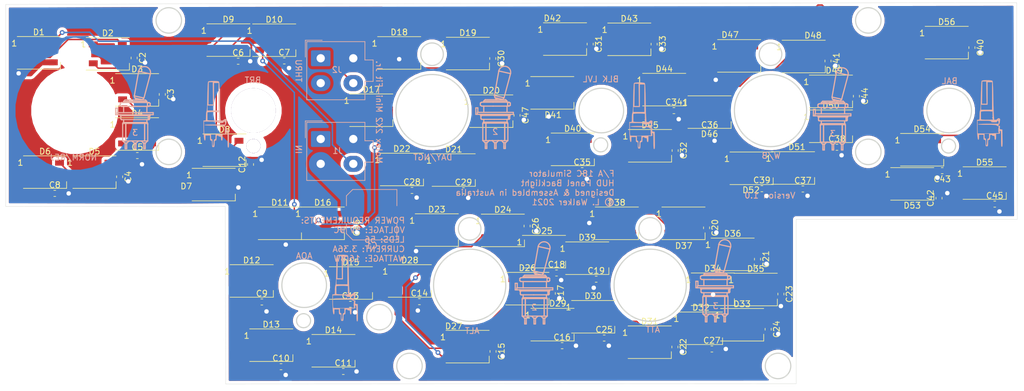
<source format=kicad_pcb>
(kicad_pcb (version 20171130) (host pcbnew "(5.1.6)-1")
  (layers (0 F.Cu signal) (31 B.Cu signal hide) (34 B.Paste user hide) (35 F.Paste user hide) (36 B.SilkS user) (37 F.SilkS user hide) (38 B.Mask user hide) (39 F.Mask user hide) (44 Edge.Cuts user))
  (net 0 "")
  (net 1 /LED+5V)
  (net 2 "Net-(D1-Pad2)")
  (net 3 /LEDGND)
  (net 4 "Net-(D2-Pad2)")
  (net 5 /DATAIN)
  (net 6 "Net-(D4-Pad2)")
  (net 7 "Net-(D18-Pad4)")
  (net 8 "Net-(D6-Pad2)")
  (net 9 "Net-(D11-Pad2)")
  (net 10 "Net-(D10-Pad2)")
  (net 11 "Net-(D10-Pad4)")
  (net 12 "Net-(D12-Pad2)")
  (net 13 "Net-(D13-Pad2)")
  (net 14 "Net-(D14-Pad4)")
  (net 15 "Net-(D17-Pad2)")
  (net 16 "Net-(D18-Pad2)")
  (net 17 "Net-(D20-Pad2)")
  (net 18 "Net-(D21-Pad2)")
  (net 19 "Net-(D24-Pad2)")
  (net 20 "Net-(D25-Pad2)")
  (net 21 "Net-(D29-Pad2)")
  (net 22 "Net-(D30-Pad2)")
  (net 23 "Net-(D32-Pad2)")
  (net 24 "Net-(D34-Pad2)")
  (net 25 "Net-(D35-Pad2)")
  (net 26 "Net-(D36-Pad4)")
  (net 27 "Net-(D39-Pad2)")
  (net 28 "Net-(D41-Pad2)")
  (net 29 "Net-(D42-Pad2)")
  (net 30 "Net-(D44-Pad2)")
  (net 31 "Net-(D49-Pad2)")
  (net 32 "Net-(D50-Pad2)")
  (net 33 "Net-(D52-Pad2)")
  (net 34 /DATAOUT)
  (net 35 "Net-(D3-Pad2)")
  (net 36 "Net-(D5-Pad2)")
  (net 37 "Net-(D7-Pad2)")
  (net 38 "Net-(D8-Pad2)")
  (net 39 "Net-(D14-Pad2)")
  (net 40 "Net-(D15-Pad2)")
  (net 41 "Net-(D16-Pad2)")
  (net 42 "Net-(D19-Pad2)")
  (net 43 "Net-(D22-Pad2)")
  (net 44 "Net-(D23-Pad2)")
  (net 45 "Net-(D26-Pad2)")
  (net 46 "Net-(D27-Pad2)")
  (net 47 "Net-(D28-Pad2)")
  (net 48 "Net-(D31-Pad2)")
  (net 49 "Net-(D33-Pad2)")
  (net 50 "Net-(D36-Pad2)")
  (net 51 "Net-(D37-Pad2)")
  (net 52 "Net-(D38-Pad2)")
  (net 53 "Net-(D40-Pad2)")
  (net 54 "Net-(D43-Pad2)")
  (net 55 "Net-(D45-Pad2)")
  (net 56 "Net-(D46-Pad2)")
  (net 57 "Net-(D47-Pad2)")
  (net 58 "Net-(D48-Pad2)")
  (net 59 "Net-(D51-Pad2)")
  (net 60 "Net-(D53-Pad2)")
  (net 61 "Net-(D54-Pad2)")
  (net 62 "Net-(D55-Pad2)")
  (module OH_Backlighting:BR10K_Pot_11mm_x_11mm (layer F.Cu) (at 109.5375 56.4896)
    (fp_text reference 2 hide)
    (fp_text value BR10K_Pot_11mm_x_11mm hide)
    (pad "" np_thru_hole circle (at 0 0) (size 7.540752 7.540752) (drill 7.54) (layers *.Mask B.Cu) (clearance 3))
    (pad "" np_thru_hole circle (at 0 6) (size 2.38125 2.38125) (drill 2.38) (layers *.Cu *.Mask) (clearance 1))
    (pad "" np_thru_hole circle (at 0 0) (size 7.540752 7.540752) (drill 7.54) (layers *.Mask F.Cu) (clearance 1))
  )
  (module OH_Backlighting:100SPX_Toggle_13mm_x_18mm (layer F.Cu) (at 79.375 56.4896 180)
    (fp_text reference 1 hide)
    (fp_text value 100SPX_Toggle_13mm_x_18mm hide)
    (pad "" np_thru_hole circle (at 0 0 180) (size 12.7 12.7) (drill 12.7) (layers *.Mask B.Cu) (clearance 3.65))
    (pad "" np_thru_hole circle (at 0 0 180) (size 12.7 12.7) (drill 12.7) (layers *.Mask F.Cu) (clearance 1))
    (pad "" np_thru_hole circle (at 0 9.525 180) (size 3.572 3.572) (drill 3.572) (layers *.Cu *.Mask) (clearance 1))
  )
  (module Capacitor_SMD:C_0603_1608Metric (layer F.Cu) (at 154.05 57.3 270)
    (fp_text reference C47 (at 0 -1.43 90) (layer F.SilkS))
    (fp_text value C)
    (pad 2 smd roundrect (at 0.7875 0 270) (size 0.875 0.95) (layers F.Cu F.Paste F.Mask) (net 3 /LEDGND))
    (pad 1 smd roundrect (at -0.7875 0 270) (size 0.875 0.95) (layers F.Cu F.Paste F.Mask) (net 1 /LED+5V))
  )
  (module Capacitor_SMD:C_0603_1608Metric (layer F.Cu) (at 125.55 76.3 270)
    (fp_text reference C46 (at 0 -1.43 90) (layer F.SilkS))
    (fp_text value C)
    (pad 2 smd roundrect (at 0.7875 0 270) (size 0.875 0.95) (layers F.Cu F.Paste F.Mask) (net 3 /LEDGND))
    (pad 1 smd roundrect (at -0.7875 0 270) (size 0.875 0.95) (layers F.Cu F.Paste F.Mask) (net 1 /LED+5V))
  )
  (module Capacitor_SMD:C_0603_1608Metric (layer F.Cu) (at 234.7125 72.3)
    (fp_text reference C45 (at 0 -1.43) (layer F.SilkS))
    (fp_text value C)
    (pad 2 smd roundrect (at 0.7875 0) (size 0.875 0.95) (layers F.Cu F.Paste F.Mask) (net 3 /LEDGND))
    (pad 1 smd roundrect (at -0.7875 0) (size 0.875 0.95) (layers F.Cu F.Paste F.Mask) (net 1 /LED+5V))
  )
  (module Capacitor_SMD:C_0603_1608Metric (layer F.Cu) (at 211.35 54.0625 270)
    (fp_text reference C44 (at 0 -1.43 90) (layer F.SilkS))
    (fp_text value C)
    (pad 2 smd roundrect (at 0.7875 0 270) (size 0.875 0.95) (layers F.Cu F.Paste F.Mask) (net 3 /LEDGND))
    (pad 1 smd roundrect (at -0.7875 0 270) (size 0.875 0.95) (layers F.Cu F.Paste F.Mask) (net 1 /LED+5V))
  )
  (module Capacitor_SMD:C_0603_1608Metric (layer F.Cu) (at 225.8375 66.65 180)
    (fp_text reference C43 (at 0 -1.43) (layer F.SilkS))
    (fp_text value C)
    (pad 2 smd roundrect (at 0.7875 0 180) (size 0.875 0.95) (layers F.Cu F.Paste F.Mask) (net 3 /LEDGND))
    (pad 1 smd roundrect (at -0.7875 0 180) (size 0.875 0.95) (layers F.Cu F.Paste F.Mask) (net 1 /LED+5V))
  )
  (module Capacitor_SMD:C_0603_1608Metric (layer F.Cu) (at 225.3 71.3 90)
    (fp_text reference C42 (at 0 -1.43 90) (layer F.SilkS))
    (fp_text value C)
    (pad 2 smd roundrect (at 0.7875 0 90) (size 0.875 0.95) (layers F.Cu F.Paste F.Mask) (net 3 /LEDGND))
    (pad 1 smd roundrect (at -0.7875 0 90) (size 0.875 0.95) (layers F.Cu F.Paste F.Mask) (net 1 /LED+5V))
  )
  (module Capacitor_SMD:C_0603_1608Metric (layer F.Cu) (at 206.55 48.1125 270)
    (fp_text reference C41 (at 0 -1.43 90) (layer F.SilkS))
    (fp_text value C)
    (pad 2 smd roundrect (at 0.7875 0 270) (size 0.875 0.95) (layers F.Cu F.Paste F.Mask) (net 3 /LEDGND))
    (pad 1 smd roundrect (at -0.7875 0 270) (size 0.875 0.95) (layers F.Cu F.Paste F.Mask) (net 1 /LED+5V))
  )
  (module Capacitor_SMD:C_0603_1608Metric (layer F.Cu) (at 230.85 45.85 270)
    (fp_text reference C40 (at 0 -1.43 90) (layer F.SilkS))
    (fp_text value C)
    (pad 2 smd roundrect (at 0.7875 0 270) (size 0.875 0.95) (layers F.Cu F.Paste F.Mask) (net 3 /LEDGND))
    (pad 1 smd roundrect (at -0.7875 0 270) (size 0.875 0.95) (layers F.Cu F.Paste F.Mask) (net 1 /LED+5V))
  )
  (module Capacitor_SMD:C_0603_1608Metric (layer F.Cu) (at 195.3875 69.7)
    (fp_text reference C39 (at 0 -1.43) (layer F.SilkS))
    (fp_text value C)
    (pad 2 smd roundrect (at 0.7875 0) (size 0.875 0.95) (layers F.Cu F.Paste F.Mask) (net 3 /LEDGND))
    (pad 1 smd roundrect (at -0.7875 0) (size 0.875 0.95) (layers F.Cu F.Paste F.Mask) (net 1 /LED+5V))
  )
  (module Capacitor_SMD:C_0603_1608Metric (layer F.Cu) (at 208.0625 62.7)
    (fp_text reference C38 (at 0 -1.43) (layer F.SilkS))
    (fp_text value C)
    (pad 2 smd roundrect (at 0.7875 0) (size 0.875 0.95) (layers F.Cu F.Paste F.Mask) (net 3 /LEDGND))
    (pad 1 smd roundrect (at -0.7875 0) (size 0.875 0.95) (layers F.Cu F.Paste F.Mask) (net 1 /LED+5V))
  )
  (module Capacitor_SMD:C_0603_1608Metric (layer F.Cu) (at 202.3125 69.75)
    (fp_text reference C37 (at 0 -1.43) (layer F.SilkS))
    (fp_text value C)
    (pad 2 smd roundrect (at 0.7875 0) (size 0.875 0.95) (layers F.Cu F.Paste F.Mask) (net 3 /LEDGND))
    (pad 1 smd roundrect (at -0.7875 0) (size 0.875 0.95) (layers F.Cu F.Paste F.Mask) (net 1 /LED+5V))
  )
  (module Capacitor_SMD:C_0603_1608Metric (layer F.Cu) (at 186.5875 60.35)
    (fp_text reference C36 (at 0 -1.43) (layer F.SilkS))
    (fp_text value C)
    (pad 2 smd roundrect (at 0.7875 0) (size 0.875 0.95) (layers F.Cu F.Paste F.Mask) (net 3 /LEDGND))
    (pad 1 smd roundrect (at -0.7875 0) (size 0.875 0.95) (layers F.Cu F.Paste F.Mask) (net 1 /LED+5V))
  )
  (module Capacitor_SMD:C_0603_1608Metric (layer F.Cu) (at 165.05 66.65)
    (fp_text reference C35 (at 0 -1.43) (layer F.SilkS))
    (fp_text value C)
    (pad 2 smd roundrect (at 0.7875 0) (size 0.875 0.95) (layers F.Cu F.Paste F.Mask) (net 3 /LEDGND))
    (pad 1 smd roundrect (at -0.7875 0) (size 0.875 0.95) (layers F.Cu F.Paste F.Mask) (net 1 /LED+5V))
  )
  (module Capacitor_SMD:C_0603_1608Metric (layer F.Cu) (at 180.5375 56.5)
    (fp_text reference C34 (at 0 -1.43) (layer F.SilkS))
    (fp_text value C)
    (pad 2 smd roundrect (at 0.7875 0) (size 0.875 0.95) (layers F.Cu F.Paste F.Mask) (net 3 /LEDGND))
    (pad 1 smd roundrect (at -0.7875 0) (size 0.875 0.95) (layers F.Cu F.Paste F.Mask) (net 1 /LED+5V))
  )
  (module Capacitor_SMD:C_0603_1608Metric (layer F.Cu) (at 177.2 45.2625 270)
    (fp_text reference C33 (at 0 -1.43 90) (layer F.SilkS))
    (fp_text value C)
    (pad 2 smd roundrect (at 0.7875 0 270) (size 0.875 0.95) (layers F.Cu F.Paste F.Mask) (net 3 /LEDGND))
    (pad 1 smd roundrect (at -0.7875 0 270) (size 0.875 0.95) (layers F.Cu F.Paste F.Mask) (net 1 /LED+5V))
  )
  (module Capacitor_SMD:C_0603_1608Metric (layer F.Cu) (at 180.75 63.25 270)
    (fp_text reference C32 (at 0 -1.43 90) (layer F.SilkS))
    (fp_text value C)
    (pad 2 smd roundrect (at 0.7875 0 270) (size 0.875 0.95) (layers F.Cu F.Paste F.Mask) (net 3 /LEDGND))
    (pad 1 smd roundrect (at -0.7875 0 270) (size 0.875 0.95) (layers F.Cu F.Paste F.Mask) (net 1 /LED+5V))
  )
  (module Capacitor_SMD:C_0603_1608Metric (layer F.Cu) (at 166.4 45.25 270)
    (fp_text reference C31 (at 0 -1.43 90) (layer F.SilkS))
    (fp_text value C)
    (pad 2 smd roundrect (at 0.7875 0 270) (size 0.875 0.95) (layers F.Cu F.Paste F.Mask) (net 3 /LEDGND))
    (pad 1 smd roundrect (at -0.7875 0 270) (size 0.875 0.95) (layers F.Cu F.Paste F.Mask) (net 1 /LED+5V))
  )
  (module Capacitor_SMD:C_0603_1608Metric (layer F.Cu) (at 149.95 47.6875 270)
    (fp_text reference C30 (at 0 -1.43 90) (layer F.SilkS))
    (fp_text value C)
    (pad 2 smd roundrect (at 0.7875 0 270) (size 0.875 0.95) (layers F.Cu F.Paste F.Mask) (net 3 /LEDGND))
    (pad 1 smd roundrect (at -0.7875 0 270) (size 0.875 0.95) (layers F.Cu F.Paste F.Mask) (net 1 /LED+5V))
  )
  (module Capacitor_SMD:C_0603_1608Metric (layer F.Cu) (at 145 70.05)
    (fp_text reference C29 (at 0 -1.43) (layer F.SilkS))
    (fp_text value C)
    (pad 2 smd roundrect (at 0.7875 0) (size 0.875 0.95) (layers F.Cu F.Paste F.Mask) (net 3 /LEDGND))
    (pad 1 smd roundrect (at -0.7875 0) (size 0.875 0.95) (layers F.Cu F.Paste F.Mask) (net 1 /LED+5V))
  )
  (module Capacitor_SMD:C_0603_1608Metric (layer F.Cu) (at 136.3125 70)
    (fp_text reference C28 (at 0 -1.43) (layer F.SilkS))
    (fp_text value C)
    (pad 2 smd roundrect (at 0.7875 0) (size 0.875 0.95) (layers F.Cu F.Paste F.Mask) (net 3 /LEDGND))
    (pad 1 smd roundrect (at -0.7875 0) (size 0.875 0.95) (layers F.Cu F.Paste F.Mask) (net 1 /LED+5V))
  )
  (module Capacitor_SMD:C_0603_1608Metric (layer F.Cu) (at 186.95 96.8)
    (fp_text reference C27 (at 0 -1.43) (layer F.SilkS))
    (fp_text value C)
    (pad 2 smd roundrect (at 0.7875 0) (size 0.875 0.95) (layers F.Cu F.Paste F.Mask) (net 3 /LEDGND))
    (pad 1 smd roundrect (at -0.7875 0) (size 0.875 0.95) (layers F.Cu F.Paste F.Mask) (net 1 /LED+5V))
  )
  (module Capacitor_SMD:C_0603_1608Metric (layer F.Cu) (at 155.75 76.0125 270)
    (fp_text reference C26 (at 0 -1.43 90) (layer F.SilkS))
    (fp_text value C)
    (pad 2 smd roundrect (at 0.7875 0 270) (size 0.875 0.95) (layers F.Cu F.Paste F.Mask) (net 3 /LEDGND))
    (pad 1 smd roundrect (at -0.7875 0 270) (size 0.875 0.95) (layers F.Cu F.Paste F.Mask) (net 1 /LED+5V))
  )
  (module Capacitor_SMD:C_0603_1608Metric (layer F.Cu) (at 168.7625 94.95)
    (fp_text reference C25 (at 0 -1.43) (layer F.SilkS))
    (fp_text value C)
    (pad 2 smd roundrect (at 0.7875 0) (size 0.875 0.95) (layers F.Cu F.Paste F.Mask) (net 3 /LEDGND))
    (pad 1 smd roundrect (at -0.7875 0) (size 0.875 0.95) (layers F.Cu F.Paste F.Mask) (net 1 /LED+5V))
  )
  (module Capacitor_SMD:C_0603_1608Metric (layer F.Cu) (at 196.45 93.4625 270)
    (fp_text reference C24 (at 0 -1.43 90) (layer F.SilkS))
    (fp_text value C)
    (pad 2 smd roundrect (at 0.7875 0 270) (size 0.875 0.95) (layers F.Cu F.Paste F.Mask) (net 3 /LEDGND))
    (pad 1 smd roundrect (at -0.7875 0 270) (size 0.875 0.95) (layers F.Cu F.Paste F.Mask) (net 1 /LED+5V))
  )
  (module Capacitor_SMD:C_0603_1608Metric (layer F.Cu) (at 198.6 87.5125 270)
    (fp_text reference C23 (at 0 -1.43 90) (layer F.SilkS))
    (fp_text value C)
    (pad 2 smd roundrect (at 0.7875 0 270) (size 0.875 0.95) (layers F.Cu F.Paste F.Mask) (net 3 /LEDGND))
    (pad 1 smd roundrect (at -0.7875 0 270) (size 0.875 0.95) (layers F.Cu F.Paste F.Mask) (net 1 /LED+5V))
  )
  (module Capacitor_SMD:C_0603_1608Metric (layer F.Cu) (at 180.7 96.4625 270)
    (fp_text reference C22 (at 0 -1.43 90) (layer F.SilkS))
    (fp_text value C)
    (pad 2 smd roundrect (at 0.7875 0 270) (size 0.875 0.95) (layers F.Cu F.Paste F.Mask) (net 3 /LEDGND))
    (pad 1 smd roundrect (at -0.7875 0 270) (size 0.875 0.95) (layers F.Cu F.Paste F.Mask) (net 1 /LED+5V))
  )
  (module Capacitor_SMD:C_0603_1608Metric (layer F.Cu) (at 194.65 81.6125 270)
    (fp_text reference C21 (at 0 -1.43 90) (layer F.SilkS))
    (fp_text value C)
    (pad 2 smd roundrect (at 0.7875 0 270) (size 0.875 0.95) (layers F.Cu F.Paste F.Mask) (net 3 /LEDGND))
    (pad 1 smd roundrect (at -0.7875 0 270) (size 0.875 0.95) (layers F.Cu F.Paste F.Mask) (net 1 /LED+5V))
  )
  (module Capacitor_SMD:C_0603_1608Metric (layer F.Cu) (at 186.05 76.3125 270)
    (fp_text reference C20 (at 0 -1.43 90) (layer F.SilkS))
    (fp_text value C)
    (pad 2 smd roundrect (at 0.7875 0 270) (size 0.875 0.95) (layers F.Cu F.Paste F.Mask) (net 3 /LEDGND))
    (pad 1 smd roundrect (at -0.7875 0 270) (size 0.875 0.95) (layers F.Cu F.Paste F.Mask) (net 1 /LED+5V))
  )
  (module Capacitor_SMD:C_0603_1608Metric (layer F.Cu) (at 167.4125 85)
    (fp_text reference C19 (at 0 -1.43) (layer F.SilkS))
    (fp_text value C)
    (pad 2 smd roundrect (at 0.7875 0) (size 0.875 0.95) (layers F.Cu F.Paste F.Mask) (net 3 /LEDGND))
    (pad 1 smd roundrect (at -0.7875 0) (size 0.875 0.95) (layers F.Cu F.Paste F.Mask) (net 1 /LED+5V))
  )
  (module Capacitor_SMD:C_0603_1608Metric (layer F.Cu) (at 160.7125 83.95)
    (fp_text reference C18 (at 0 -1.43) (layer F.SilkS))
    (fp_text value C)
    (pad 2 smd roundrect (at 0.7875 0) (size 0.875 0.95) (layers F.Cu F.Paste F.Mask) (net 3 /LEDGND))
    (pad 1 smd roundrect (at -0.7875 0) (size 0.875 0.95) (layers F.Cu F.Paste F.Mask) (net 1 /LED+5V))
  )
  (module Capacitor_SMD:C_0603_1608Metric (layer F.Cu) (at 160 87.4125 270)
    (fp_text reference C17 (at 0 -1.43 90) (layer F.SilkS))
    (fp_text value C)
    (pad 2 smd roundrect (at 0.7875 0 270) (size 0.875 0.95) (layers F.Cu F.Paste F.Mask) (net 3 /LEDGND))
    (pad 1 smd roundrect (at -0.7875 0 270) (size 0.875 0.95) (layers F.Cu F.Paste F.Mask) (net 1 /LED+5V))
  )
  (module Capacitor_SMD:C_0603_1608Metric (layer F.Cu) (at 161.6625 96.25)
    (fp_text reference C16 (at 0 -1.43) (layer F.SilkS))
    (fp_text value C)
    (pad 2 smd roundrect (at 0.7875 0) (size 0.875 0.95) (layers F.Cu F.Paste F.Mask) (net 3 /LEDGND))
    (pad 1 smd roundrect (at -0.7875 0) (size 0.875 0.95) (layers F.Cu F.Paste F.Mask) (net 1 /LED+5V))
  )
  (module Capacitor_SMD:C_0603_1608Metric (layer F.Cu) (at 150 97.2125 270)
    (fp_text reference C15 (at 0 -1.43 90) (layer F.SilkS))
    (fp_text value C)
    (pad 2 smd roundrect (at 0.7875 0 270) (size 0.875 0.95) (layers F.Cu F.Paste F.Mask) (net 3 /LEDGND))
    (pad 1 smd roundrect (at -0.7875 0 270) (size 0.875 0.95) (layers F.Cu F.Paste F.Mask) (net 1 /LED+5V))
  )
  (module Capacitor_SMD:C_0603_1608Metric (layer F.Cu) (at 137.5625 88.8)
    (fp_text reference C14 (at 0 -1.43) (layer F.SilkS))
    (fp_text value C)
    (pad 2 smd roundrect (at 0.7875 0) (size 0.875 0.95) (layers F.Cu F.Paste F.Mask) (net 3 /LEDGND))
    (pad 1 smd roundrect (at -0.7875 0) (size 0.875 0.95) (layers F.Cu F.Paste F.Mask) (net 1 /LED+5V))
  )
  (module Capacitor_SMD:C_0603_1608Metric (layer F.Cu) (at 125.9125 89.25)
    (fp_text reference C13 (at 0 -1.43) (layer F.SilkS))
    (fp_text value C)
    (pad 2 smd roundrect (at 0.7875 0) (size 0.875 0.95) (layers F.Cu F.Paste F.Mask) (net 3 /LEDGND))
    (pad 1 smd roundrect (at -0.7875 0) (size 0.875 0.95) (layers F.Cu F.Paste F.Mask) (net 1 /LED+5V))
  )
  (module Capacitor_SMD:C_0603_1608Metric (layer F.Cu) (at 109.05 65.6125 90)
    (fp_text reference C12 (at 0 -1.43 90) (layer F.SilkS))
    (fp_text value C)
    (pad 2 smd roundrect (at 0.7875 0 90) (size 0.875 0.95) (layers F.Cu F.Paste F.Mask) (net 3 /LEDGND))
    (pad 1 smd roundrect (at -0.7875 0 90) (size 0.875 0.95) (layers F.Cu F.Paste F.Mask) (net 1 /LED+5V))
  )
  (module Capacitor_SMD:C_0603_1608Metric (layer F.Cu) (at 124.7125 100.6)
    (fp_text reference C11 (at 0 -1.43) (layer F.SilkS))
    (fp_text value C)
    (pad 2 smd roundrect (at 0.7875 0) (size 0.875 0.95) (layers F.Cu F.Paste F.Mask) (net 3 /LEDGND))
    (pad 1 smd roundrect (at -0.7875 0) (size 0.875 0.95) (layers F.Cu F.Paste F.Mask) (net 1 /LED+5V))
  )
  (module Capacitor_SMD:C_0603_1608Metric (layer F.Cu) (at 114.2 99.8)
    (fp_text reference C10 (at 0 -1.43) (layer F.SilkS))
    (fp_text value C)
    (pad 2 smd roundrect (at 0.7875 0) (size 0.875 0.95) (layers F.Cu F.Paste F.Mask) (net 3 /LEDGND))
    (pad 1 smd roundrect (at -0.7875 0) (size 0.875 0.95) (layers F.Cu F.Paste F.Mask) (net 1 /LED+5V))
  )
  (module Capacitor_SMD:C_0603_1608Metric (layer F.Cu) (at 110.9625 88.85)
    (fp_text reference C9 (at 0 -1.43) (layer F.SilkS))
    (fp_text value C)
    (pad 2 smd roundrect (at 0.7875 0) (size 0.875 0.95) (layers F.Cu F.Paste F.Mask) (net 3 /LEDGND))
    (pad 1 smd roundrect (at -0.7875 0) (size 0.875 0.95) (layers F.Cu F.Paste F.Mask) (net 1 /LED+5V))
  )
  (module Capacitor_SMD:C_0603_1608Metric (layer F.Cu) (at 76 70.5)
    (fp_text reference C8 (at 0 -1.43) (layer F.SilkS))
    (fp_text value C)
    (pad 2 smd roundrect (at 0.7875 0) (size 0.875 0.95) (layers F.Cu F.Paste F.Mask) (net 3 /LEDGND))
    (pad 1 smd roundrect (at -0.7875 0) (size 0.875 0.95) (layers F.Cu F.Paste F.Mask) (net 1 /LED+5V))
  )
  (module Capacitor_SMD:C_0603_1608Metric (layer F.Cu) (at 114.75 48.1)
    (fp_text reference C7 (at 0 -1.43) (layer F.SilkS))
    (fp_text value C)
    (pad 2 smd roundrect (at 0.7875 0) (size 0.875 0.95) (layers F.Cu F.Paste F.Mask) (net 3 /LEDGND))
    (pad 1 smd roundrect (at -0.7875 0) (size 0.875 0.95) (layers F.Cu F.Paste F.Mask) (net 1 /LED+5V))
  )
  (module Capacitor_SMD:C_0603_1608Metric (layer F.Cu) (at 106.9625 48.15)
    (fp_text reference C6 (at 0 -1.43) (layer F.SilkS))
    (fp_text value C)
    (pad 2 smd roundrect (at 0.7875 0) (size 0.875 0.95) (layers F.Cu F.Paste F.Mask) (net 3 /LEDGND))
    (pad 1 smd roundrect (at -0.7875 0) (size 0.875 0.95) (layers F.Cu F.Paste F.Mask) (net 1 /LED+5V))
  )
  (module Capacitor_SMD:C_0603_1608Metric (layer F.Cu) (at 89.9375 64.1)
    (fp_text reference C5 (at 0 -1.43) (layer F.SilkS))
    (fp_text value C)
    (pad 2 smd roundrect (at 0.7875 0) (size 0.875 0.95) (layers F.Cu F.Paste F.Mask) (net 3 /LEDGND))
    (pad 1 smd roundrect (at -0.7875 0) (size 0.875 0.95) (layers F.Cu F.Paste F.Mask) (net 1 /LED+5V))
  )
  (module Capacitor_SMD:C_0603_1608Metric (layer F.Cu) (at 86.95 67.6875 270)
    (fp_text reference C4 (at 0 -1.43 90) (layer F.SilkS))
    (fp_text value C)
    (pad 2 smd roundrect (at 0.7875 0 270) (size 0.875 0.95) (layers F.Cu F.Paste F.Mask) (net 3 /LEDGND))
    (pad 1 smd roundrect (at -0.7875 0 270) (size 0.875 0.95) (layers F.Cu F.Paste F.Mask) (net 1 /LED+5V))
  )
  (module Capacitor_SMD:C_0603_1608Metric (layer F.Cu) (at 94.15 53.7625 270)
    (fp_text reference C3 (at 0 -1.43 90) (layer F.SilkS))
    (fp_text value C)
    (pad 2 smd roundrect (at 0.7875 0 270) (size 0.875 0.95) (layers F.Cu F.Paste F.Mask) (net 3 /LEDGND))
    (pad 1 smd roundrect (at -0.7875 0 270) (size 0.875 0.95) (layers F.Cu F.Paste F.Mask) (net 1 /LED+5V))
  )
  (module Capacitor_SMD:C_0603_1608Metric (layer F.Cu) (at 89.4 47.6 270)
    (fp_text reference C2 (at 0 -1.43 90) (layer F.SilkS))
    (fp_text value C)
    (pad 2 smd roundrect (at 0.7875 0 270) (size 0.875 0.95) (layers F.Cu F.Paste F.Mask) (net 3 /LEDGND))
    (pad 1 smd roundrect (at -0.7875 0 270) (size 0.875 0.95) (layers F.Cu F.Paste F.Mask) (net 1 /LED+5V))
  )
  (module Connector_Molex:Molex_Mini-Fit_Jr_5566-04A_2x02_P4.20mm_Vertical (layer B.Cu) (at 120.9 47.65 270)
    (fp_text reference J2 (at 1.95 -2.75 180) (layer B.SilkS) (effects (justify mirror)))
    (fp_text value Conn_01x04_Female)
    (pad 4 thru_hole oval (at 4.2 -5.5 270) (size 2.7 3.3) (drill 1.4) (layers *.Cu *.Mask) (net 34 /DATAOUT))
    (pad 3 thru_hole oval (at 0 -5.5 270) (size 2.7 3.3) (drill 1.4) (layers *.Cu *.Mask) (net 3 /LEDGND))
    (pad 2 thru_hole oval (at 4.2 0 270) (size 2.7 3.3) (drill 1.4) (layers *.Cu *.Mask) (net 1 /LED+5V))
    (pad 1 thru_hole roundrect (at 0 0 270) (size 2.7 3.3) (drill 1.4) (layers *.Cu *.Mask) (roundrect_rratio 0.09259299999999999) (net 1 /LED+5V))
  )
  (module Connector_Molex:Molex_Mini-Fit_Jr_5566-04A_2x02_P4.20mm_Vertical (layer B.Cu) (at 120.9 61.3 270)
    (fp_text reference J1 (at 2 -2.85 180) (layer B.SilkS) (effects (justify mirror)))
    (fp_text value Conn_01x04_Female)
    (pad 4 thru_hole oval (at 4.2 -5.5 270) (size 2.7 3.3) (drill 1.4) (layers *.Cu *.Mask) (net 5 /DATAIN))
    (pad 3 thru_hole oval (at 0 -5.5 270) (size 2.7 3.3) (drill 1.4) (layers *.Cu *.Mask) (net 3 /LEDGND))
    (pad 2 thru_hole oval (at 4.2 0 270) (size 2.7 3.3) (drill 1.4) (layers *.Cu *.Mask) (net 1 /LED+5V))
    (pad 1 thru_hole roundrect (at 0 0 270) (size 2.7 3.3) (drill 1.4) (layers *.Cu *.Mask) (roundrect_rratio 0.09259299999999999) (net 1 /LED+5V))
  )
  (module "Kicad Footprint Files:BR10KPot" (layer B.Cu) (at 124.9934 86.4616 180)
    (fp_text reference 7 hide)
    (fp_text value LOGO hide)
  )
  (module "Kicad Footprint Files:BR10KPot" (layer B.Cu) (at 233.8324 56.9468 180)
    (fp_text reference 6 hide)
    (fp_text value LOGO hide)
  )
  (module "Kicad Footprint Files:BR10KPot" (layer B.Cu) (at 175.133 57.3278 180)
    (fp_text reference 4 hide)
    (fp_text value LOGO hide)
  )
  (module "Kicad Footprint Files:BR10KPot" (layer B.Cu) (at 103.2256 57.0738 180)
    (fp_text reference 2 hide)
    (fp_text value LOGO hide)
  )
  (module "Kicad Footprint Files:100SpxToggle" (layer F.Cu) (at 188.0616 86.614)
    (fp_text reference 9 hide)
    (fp_text value LOGO hide)
  )
  (module "Kicad Footprint Files:100SpxToggle" (layer F.Cu) (at 157.5562 86.9696)
    (fp_text reference 8 hide)
    (fp_text value LOGO hide)
  )
  (module "Kicad Footprint Files:100SpxToggle" (layer F.Cu) (at 207.899 57.5564)
    (fp_text reference 5 hide)
    (fp_text value LOGO hide)
  )
  (module "Kicad Footprint Files:100SpxToggle" (layer F.Cu) (at 150.9014 57.3024)
    (fp_text reference 3 hide)
    (fp_text value LOGO hide)
  )
  (module "Kicad Footprint Files:100SpxToggle" (layer F.Cu) (at 90.0938 57.3532)
    (fp_text reference 1 hide)
    (fp_text value LOGO hide)
  )
  (module LED_SMD:LED_WS2812B_PLCC4_5.0x5.0mm_P3.2mm (layer F.Cu) (at 226.6 45)
    (fp_text reference D56 (at 0 -3.5) (layer F.SilkS))
    (fp_text value WS2812B)
    (fp_text user 1 (at -4.15 -1.6) (layer F.SilkS))
    (pad 1 smd rect (at -2.45 -1.6) (size 1.5 1) (layers F.Cu F.Paste F.Mask) (net 1 /LED+5V))
    (pad 2 smd rect (at -2.45 1.6) (size 1.5 1) (layers F.Cu F.Paste F.Mask) (net 34 /DATAOUT))
    (pad 4 smd rect (at 2.45 -1.6) (size 1.5 1) (layers F.Cu F.Paste F.Mask) (net 62 "Net-(D55-Pad2)"))
    (pad 3 smd rect (at 2.45 1.6) (size 1.5 1) (layers F.Cu F.Paste F.Mask) (net 3 /LEDGND))
  )
  (module LED_SMD:LED_WS2812B_PLCC4_5.0x5.0mm_P3.2mm (layer F.Cu) (at 233 68.75)
    (fp_text reference D55 (at 0 -3.5) (layer F.SilkS))
    (fp_text value WS2812B)
    (fp_text user 1 (at -4.15 -1.6) (layer F.SilkS))
    (pad 1 smd rect (at -2.45 -1.6) (size 1.5 1) (layers F.Cu F.Paste F.Mask) (net 1 /LED+5V))
    (pad 2 smd rect (at -2.45 1.6) (size 1.5 1) (layers F.Cu F.Paste F.Mask) (net 62 "Net-(D55-Pad2)"))
    (pad 4 smd rect (at 2.45 -1.6) (size 1.5 1) (layers F.Cu F.Paste F.Mask) (net 61 "Net-(D54-Pad2)"))
    (pad 3 smd rect (at 2.45 1.6) (size 1.5 1) (layers F.Cu F.Paste F.Mask) (net 3 /LEDGND))
  )
  (module LED_SMD:LED_WS2812B_PLCC4_5.0x5.0mm_P3.2mm (layer F.Cu) (at 222.442 63.1188)
    (fp_text reference D54 (at 0 -3.5) (layer F.SilkS))
    (fp_text value WS2812B)
    (fp_text user 1 (at -4.15 -1.6) (layer F.SilkS))
    (pad 1 smd rect (at -2.45 -1.6) (size 1.5 1) (layers F.Cu F.Paste F.Mask) (net 1 /LED+5V))
    (pad 2 smd rect (at -2.45 1.6) (size 1.5 1) (layers F.Cu F.Paste F.Mask) (net 61 "Net-(D54-Pad2)"))
    (pad 4 smd rect (at 2.45 -1.6) (size 1.5 1) (layers F.Cu F.Paste F.Mask) (net 60 "Net-(D53-Pad2)"))
    (pad 3 smd rect (at 2.45 1.6) (size 1.5 1) (layers F.Cu F.Paste F.Mask) (net 3 /LEDGND))
  )
  (module LED_SMD:LED_WS2812B_PLCC4_5.0x5.0mm_P3.2mm (layer F.Cu) (at 220.777 68.8848)
    (fp_text reference D53 (at 0 3.6576) (layer F.SilkS))
    (fp_text value WS2812B)
    (fp_text user 1 (at -4.15 -1.6) (layer F.SilkS))
    (pad 1 smd rect (at -2.45 -1.6) (size 1.5 1) (layers F.Cu F.Paste F.Mask) (net 1 /LED+5V))
    (pad 2 smd rect (at -2.45 1.6) (size 1.5 1) (layers F.Cu F.Paste F.Mask) (net 60 "Net-(D53-Pad2)"))
    (pad 4 smd rect (at 2.45 -1.6) (size 1.5 1) (layers F.Cu F.Paste F.Mask) (net 33 "Net-(D52-Pad2)"))
    (pad 3 smd rect (at 2.45 1.6) (size 1.5 1) (layers F.Cu F.Paste F.Mask) (net 3 /LEDGND))
  )
  (module LED_SMD:LED_WS2812B_PLCC4_5.0x5.0mm_P3.2mm (layer F.Cu) (at 193.65 66.25)
    (fp_text reference D52 (at -0.09 3.6832) (layer F.SilkS))
    (fp_text value WS2812B)
    (fp_text user 1 (at -4.15 -1.6) (layer F.SilkS))
    (pad 1 smd rect (at -2.45 -1.6) (size 1.5 1) (layers F.Cu F.Paste F.Mask) (net 1 /LED+5V))
    (pad 2 smd rect (at -2.45 1.6) (size 1.5 1) (layers F.Cu F.Paste F.Mask) (net 33 "Net-(D52-Pad2)"))
    (pad 4 smd rect (at 2.45 -1.6) (size 1.5 1) (layers F.Cu F.Paste F.Mask) (net 59 "Net-(D51-Pad2)"))
    (pad 3 smd rect (at 2.45 1.6) (size 1.5 1) (layers F.Cu F.Paste F.Mask) (net 3 /LEDGND))
  )
  (module LED_SMD:LED_WS2812B_PLCC4_5.0x5.0mm_P3.2mm (layer F.Cu) (at 200.65 66.2)
    (fp_text reference D51 (at 0.6602 -3.556) (layer F.SilkS))
    (fp_text value WS2812B)
    (fp_text user 1 (at -4.15 -1.6) (layer F.SilkS))
    (pad 1 smd rect (at -2.45 -1.6) (size 1.5 1) (layers F.Cu F.Paste F.Mask) (net 1 /LED+5V))
    (pad 2 smd rect (at -2.45 1.6) (size 1.5 1) (layers F.Cu F.Paste F.Mask) (net 59 "Net-(D51-Pad2)"))
    (pad 4 smd rect (at 2.45 -1.6) (size 1.5 1) (layers F.Cu F.Paste F.Mask) (net 32 "Net-(D50-Pad2)"))
    (pad 3 smd rect (at 2.45 1.6) (size 1.5 1) (layers F.Cu F.Paste F.Mask) (net 3 /LEDGND))
  )
  (module LED_SMD:LED_WS2812B_PLCC4_5.0x5.0mm_P3.2mm (layer F.Cu) (at 207.05 59.15)
    (fp_text reference D50 (at 0 -3.5) (layer F.SilkS))
    (fp_text value WS2812B)
    (fp_text user 1 (at -4.15 -1.6) (layer F.SilkS))
    (pad 1 smd rect (at -2.45 -1.6) (size 1.5 1) (layers F.Cu F.Paste F.Mask) (net 1 /LED+5V))
    (pad 2 smd rect (at -2.45 1.6) (size 1.5 1) (layers F.Cu F.Paste F.Mask) (net 32 "Net-(D50-Pad2)"))
    (pad 4 smd rect (at 2.45 -1.6) (size 1.5 1) (layers F.Cu F.Paste F.Mask) (net 31 "Net-(D49-Pad2)"))
    (pad 3 smd rect (at 2.45 1.6) (size 1.5 1) (layers F.Cu F.Paste F.Mask) (net 3 /LEDGND))
  )
  (module LED_SMD:LED_WS2812B_PLCC4_5.0x5.0mm_P3.2mm (layer F.Cu) (at 207.05 53.25)
    (fp_text reference D49 (at 0.5468 -3.5304) (layer F.SilkS))
    (fp_text value WS2812B)
    (fp_text user 1 (at -4.15 -1.6) (layer F.SilkS))
    (pad 1 smd rect (at -2.45 -1.6) (size 1.5 1) (layers F.Cu F.Paste F.Mask) (net 1 /LED+5V))
    (pad 2 smd rect (at -2.45 1.6) (size 1.5 1) (layers F.Cu F.Paste F.Mask) (net 31 "Net-(D49-Pad2)"))
    (pad 4 smd rect (at 2.45 -1.6) (size 1.5 1) (layers F.Cu F.Paste F.Mask) (net 58 "Net-(D48-Pad2)"))
    (pad 3 smd rect (at 2.45 1.6) (size 1.5 1) (layers F.Cu F.Paste F.Mask) (net 3 /LEDGND))
  )
  (module LED_SMD:LED_WS2812B_PLCC4_5.0x5.0mm_P3.2mm (layer F.Cu) (at 202.45 47.35)
    (fp_text reference D48 (at 1.5746 -3.556) (layer F.SilkS))
    (fp_text value WS2812B)
    (fp_text user 1 (at -4.15 -1.6) (layer F.SilkS))
    (pad 1 smd rect (at -2.45 -1.6) (size 1.5 1) (layers F.Cu F.Paste F.Mask) (net 1 /LED+5V))
    (pad 2 smd rect (at -2.45 1.6) (size 1.5 1) (layers F.Cu F.Paste F.Mask) (net 58 "Net-(D48-Pad2)"))
    (pad 4 smd rect (at 2.45 -1.6) (size 1.5 1) (layers F.Cu F.Paste F.Mask) (net 57 "Net-(D47-Pad2)"))
    (pad 3 smd rect (at 2.45 1.6) (size 1.5 1) (layers F.Cu F.Paste F.Mask) (net 3 /LEDGND))
  )
  (module LED_SMD:LED_WS2812B_PLCC4_5.0x5.0mm_P3.2mm (layer F.Cu) (at 191.55 47.25)
    (fp_text reference D47 (at -1.5238 -3.556) (layer F.SilkS))
    (fp_text value WS2812B)
    (fp_text user 1 (at -4.15 -1.6) (layer F.SilkS))
    (pad 1 smd rect (at -2.45 -1.6) (size 1.5 1) (layers F.Cu F.Paste F.Mask) (net 1 /LED+5V))
    (pad 2 smd rect (at -2.45 1.6) (size 1.5 1) (layers F.Cu F.Paste F.Mask) (net 57 "Net-(D47-Pad2)"))
    (pad 4 smd rect (at 2.45 -1.6) (size 1.5 1) (layers F.Cu F.Paste F.Mask) (net 56 "Net-(D46-Pad2)"))
    (pad 3 smd rect (at 2.45 1.6) (size 1.5 1) (layers F.Cu F.Paste F.Mask) (net 3 /LEDGND))
  )
  (module LED_SMD:LED_WS2812B_PLCC4_5.0x5.0mm_P3.2mm (layer F.Cu) (at 186.55 56.75)
    (fp_text reference D46 (at 0 3.7084) (layer F.SilkS))
    (fp_text value WS2812B)
    (fp_text user 1 (at -4.15 -1.6) (layer F.SilkS))
    (pad 1 smd rect (at -2.45 -1.6) (size 1.5 1) (layers F.Cu F.Paste F.Mask) (net 1 /LED+5V))
    (pad 2 smd rect (at -2.45 1.6) (size 1.5 1) (layers F.Cu F.Paste F.Mask) (net 56 "Net-(D46-Pad2)"))
    (pad 4 smd rect (at 2.45 -1.6) (size 1.5 1) (layers F.Cu F.Paste F.Mask) (net 55 "Net-(D45-Pad2)"))
    (pad 3 smd rect (at 2.45 1.6) (size 1.5 1) (layers F.Cu F.Paste F.Mask) (net 3 /LEDGND))
  )
  (module LED_SMD:LED_WS2812B_PLCC4_5.0x5.0mm_P3.2mm (layer F.Cu) (at 176.5 62.45)
    (fp_text reference D45 (at 0 -3.5) (layer F.SilkS))
    (fp_text value WS2812B)
    (fp_text user 1 (at -4.15 -1.6) (layer F.SilkS))
    (pad 1 smd rect (at -2.45 -1.6) (size 1.5 1) (layers F.Cu F.Paste F.Mask) (net 1 /LED+5V))
    (pad 2 smd rect (at -2.45 1.6) (size 1.5 1) (layers F.Cu F.Paste F.Mask) (net 55 "Net-(D45-Pad2)"))
    (pad 4 smd rect (at 2.45 -1.6) (size 1.5 1) (layers F.Cu F.Paste F.Mask) (net 30 "Net-(D44-Pad2)"))
    (pad 3 smd rect (at 2.45 1.6) (size 1.5 1) (layers F.Cu F.Paste F.Mask) (net 3 /LEDGND))
  )
  (module LED_SMD:LED_WS2812B_PLCC4_5.0x5.0mm_P3.2mm (layer F.Cu) (at 178.9 52.95)
    (fp_text reference D44 (at 0 -3.5) (layer F.SilkS))
    (fp_text value WS2812B)
    (fp_text user 1 (at -4.15 -1.6) (layer F.SilkS))
    (pad 1 smd rect (at -2.45 -1.6) (size 1.5 1) (layers F.Cu F.Paste F.Mask) (net 1 /LED+5V))
    (pad 2 smd rect (at -2.45 1.6) (size 1.5 1) (layers F.Cu F.Paste F.Mask) (net 30 "Net-(D44-Pad2)"))
    (pad 4 smd rect (at 2.45 -1.6) (size 1.5 1) (layers F.Cu F.Paste F.Mask) (net 54 "Net-(D43-Pad2)"))
    (pad 3 smd rect (at 2.45 1.6) (size 1.5 1) (layers F.Cu F.Paste F.Mask) (net 3 /LEDGND))
  )
  (module LED_SMD:LED_WS2812B_PLCC4_5.0x5.0mm_P3.2mm (layer F.Cu) (at 173 44.45)
    (fp_text reference D43 (at 0 -3.5) (layer F.SilkS))
    (fp_text value WS2812B)
    (fp_text user 1 (at -4.15 -1.6) (layer F.SilkS))
    (pad 1 smd rect (at -2.45 -1.6) (size 1.5 1) (layers F.Cu F.Paste F.Mask) (net 1 /LED+5V))
    (pad 2 smd rect (at -2.45 1.6) (size 1.5 1) (layers F.Cu F.Paste F.Mask) (net 54 "Net-(D43-Pad2)"))
    (pad 4 smd rect (at 2.45 -1.6) (size 1.5 1) (layers F.Cu F.Paste F.Mask) (net 29 "Net-(D42-Pad2)"))
    (pad 3 smd rect (at 2.45 1.6) (size 1.5 1) (layers F.Cu F.Paste F.Mask) (net 3 /LEDGND))
  )
  (module LED_SMD:LED_WS2812B_PLCC4_5.0x5.0mm_P3.2mm (layer F.Cu) (at 162.15 44.4)
    (fp_text reference D42 (at -2.1334 -3.5052) (layer F.SilkS))
    (fp_text value WS2812B)
    (fp_text user 1 (at -4.15 -1.6) (layer F.SilkS))
    (pad 1 smd rect (at -2.45 -1.6) (size 1.5 1) (layers F.Cu F.Paste F.Mask) (net 1 /LED+5V))
    (pad 2 smd rect (at -2.45 1.6) (size 1.5 1) (layers F.Cu F.Paste F.Mask) (net 29 "Net-(D42-Pad2)"))
    (pad 4 smd rect (at 2.45 -1.6) (size 1.5 1) (layers F.Cu F.Paste F.Mask) (net 28 "Net-(D41-Pad2)"))
    (pad 3 smd rect (at 2.45 1.6) (size 1.5 1) (layers F.Cu F.Paste F.Mask) (net 3 /LEDGND))
  )
  (module LED_SMD:LED_WS2812B_PLCC4_5.0x5.0mm_P3.2mm (layer F.Cu) (at 160 53.5)
    (fp_text reference D41 (at 0.141 3.734) (layer F.SilkS))
    (fp_text value WS2812B)
    (fp_text user 1 (at -4.15 -1.6) (layer F.SilkS))
    (pad 1 smd rect (at -2.45 -1.6) (size 1.5 1) (layers F.Cu F.Paste F.Mask) (net 1 /LED+5V))
    (pad 2 smd rect (at -2.45 1.6) (size 1.5 1) (layers F.Cu F.Paste F.Mask) (net 28 "Net-(D41-Pad2)"))
    (pad 4 smd rect (at 2.45 -1.6) (size 1.5 1) (layers F.Cu F.Paste F.Mask) (net 53 "Net-(D40-Pad2)"))
    (pad 3 smd rect (at 2.45 1.6) (size 1.5 1) (layers F.Cu F.Paste F.Mask) (net 3 /LEDGND))
  )
  (module LED_SMD:LED_WS2812B_PLCC4_5.0x5.0mm_P3.2mm (layer F.Cu) (at 163.45 63.05)
    (fp_text reference D40 (at 0 -3.5) (layer F.SilkS))
    (fp_text value WS2812B)
    (fp_text user 1 (at -4.15 -1.6) (layer F.SilkS))
    (pad 1 smd rect (at -2.45 -1.6) (size 1.5 1) (layers F.Cu F.Paste F.Mask) (net 1 /LED+5V))
    (pad 2 smd rect (at -2.45 1.6) (size 1.5 1) (layers F.Cu F.Paste F.Mask) (net 53 "Net-(D40-Pad2)"))
    (pad 4 smd rect (at 2.45 -1.6) (size 1.5 1) (layers F.Cu F.Paste F.Mask) (net 27 "Net-(D39-Pad2)"))
    (pad 3 smd rect (at 2.45 1.6) (size 1.5 1) (layers F.Cu F.Paste F.Mask) (net 3 /LEDGND))
  )
  (module LED_SMD:LED_WS2812B_PLCC4_5.0x5.0mm_P3.2mm (layer F.Cu) (at 165.9 81.45)
    (fp_text reference D39 (at 0 -3.5) (layer F.SilkS))
    (fp_text value WS2812B)
    (fp_text user 1 (at -4.15 -1.6) (layer F.SilkS))
    (pad 1 smd rect (at -2.45 -1.6) (size 1.5 1) (layers F.Cu F.Paste F.Mask) (net 1 /LED+5V))
    (pad 2 smd rect (at -2.45 1.6) (size 1.5 1) (layers F.Cu F.Paste F.Mask) (net 27 "Net-(D39-Pad2)"))
    (pad 4 smd rect (at 2.45 -1.6) (size 1.5 1) (layers F.Cu F.Paste F.Mask) (net 52 "Net-(D38-Pad2)"))
    (pad 3 smd rect (at 2.45 1.6) (size 1.5 1) (layers F.Cu F.Paste F.Mask) (net 3 /LEDGND))
  )
  (module LED_SMD:LED_WS2812B_PLCC4_5.0x5.0mm_P3.2mm (layer F.Cu) (at 170.9 75.55)
    (fp_text reference D38 (at 0 -3.5) (layer F.SilkS))
    (fp_text value WS2812B)
    (fp_text user 1 (at -4.15 -1.6) (layer F.SilkS))
    (pad 1 smd rect (at -2.45 -1.6) (size 1.5 1) (layers F.Cu F.Paste F.Mask) (net 1 /LED+5V))
    (pad 2 smd rect (at -2.45 1.6) (size 1.5 1) (layers F.Cu F.Paste F.Mask) (net 52 "Net-(D38-Pad2)"))
    (pad 4 smd rect (at 2.45 -1.6) (size 1.5 1) (layers F.Cu F.Paste F.Mask) (net 51 "Net-(D37-Pad2)"))
    (pad 3 smd rect (at 2.45 1.6) (size 1.5 1) (layers F.Cu F.Paste F.Mask) (net 3 /LEDGND))
  )
  (module LED_SMD:LED_WS2812B_PLCC4_5.0x5.0mm_P3.2mm (layer F.Cu) (at 182.15 75.55)
    (fp_text reference D37 (at 0.0512 3.81) (layer F.SilkS))
    (fp_text value WS2812B)
    (fp_text user 1 (at -4.15 -1.6) (layer F.SilkS))
    (pad 1 smd rect (at -2.45 -1.6) (size 1.5 1) (layers F.Cu F.Paste F.Mask) (net 1 /LED+5V))
    (pad 2 smd rect (at -2.45 1.6) (size 1.5 1) (layers F.Cu F.Paste F.Mask) (net 51 "Net-(D37-Pad2)"))
    (pad 4 smd rect (at 2.45 -1.6) (size 1.5 1) (layers F.Cu F.Paste F.Mask) (net 50 "Net-(D36-Pad2)"))
    (pad 3 smd rect (at 2.45 1.6) (size 1.5 1) (layers F.Cu F.Paste F.Mask) (net 3 /LEDGND))
  )
  (module LED_SMD:LED_WS2812B_PLCC4_5.0x5.0mm_P3.2mm (layer F.Cu) (at 190.45 80.8)
    (fp_text reference D36 (at 0 -3.5) (layer F.SilkS))
    (fp_text value WS2812B)
    (fp_text user 1 (at -4.15 -1.6) (layer F.SilkS))
    (pad 1 smd rect (at -2.45 -1.6) (size 1.5 1) (layers F.Cu F.Paste F.Mask) (net 1 /LED+5V))
    (pad 2 smd rect (at -2.45 1.6) (size 1.5 1) (layers F.Cu F.Paste F.Mask) (net 50 "Net-(D36-Pad2)"))
    (pad 4 smd rect (at 2.45 -1.6) (size 1.5 1) (layers F.Cu F.Paste F.Mask) (net 26 "Net-(D36-Pad4)"))
    (pad 3 smd rect (at 2.45 1.6) (size 1.5 1) (layers F.Cu F.Paste F.Mask) (net 3 /LEDGND))
  )
  (module LED_SMD:LED_WS2812B_PLCC4_5.0x5.0mm_P3.2mm (layer F.Cu) (at 194.35 86.75)
    (fp_text reference D35 (at 0 -3.5) (layer F.SilkS))
    (fp_text value WS2812B)
    (fp_text user 1 (at -4.15 -1.6) (layer F.SilkS))
    (pad 1 smd rect (at -2.45 -1.6) (size 1.5 1) (layers F.Cu F.Paste F.Mask) (net 1 /LED+5V))
    (pad 2 smd rect (at -2.45 1.6) (size 1.5 1) (layers F.Cu F.Paste F.Mask) (net 25 "Net-(D35-Pad2)"))
    (pad 4 smd rect (at 2.45 -1.6) (size 1.5 1) (layers F.Cu F.Paste F.Mask) (net 24 "Net-(D34-Pad2)"))
    (pad 3 smd rect (at 2.45 1.6) (size 1.5 1) (layers F.Cu F.Paste F.Mask) (net 3 /LEDGND))
  )
  (module LED_SMD:LED_WS2812B_PLCC4_5.0x5.0mm_P3.2mm (layer F.Cu) (at 187.1 86.7)
    (fp_text reference D34 (at 0 -3.5) (layer F.SilkS))
    (fp_text value WS2812B)
    (fp_text user 1 (at -4.15 -1.6) (layer F.SilkS))
    (pad 1 smd rect (at -2.45 -1.6) (size 1.5 1) (layers F.Cu F.Paste F.Mask) (net 1 /LED+5V))
    (pad 2 smd rect (at -2.45 1.6) (size 1.5 1) (layers F.Cu F.Paste F.Mask) (net 24 "Net-(D34-Pad2)"))
    (pad 4 smd rect (at 2.45 -1.6) (size 1.5 1) (layers F.Cu F.Paste F.Mask) (net 49 "Net-(D33-Pad2)"))
    (pad 3 smd rect (at 2.45 1.6) (size 1.5 1) (layers F.Cu F.Paste F.Mask) (net 3 /LEDGND))
  )
  (module LED_SMD:LED_WS2812B_PLCC4_5.0x5.0mm_P3.2mm (layer F.Cu) (at 192.05 92.7)
    (fp_text reference D33 (at 0 -3.5) (layer F.SilkS))
    (fp_text value WS2812B)
    (fp_text user 1 (at -4.15 -1.6) (layer F.SilkS))
    (pad 1 smd rect (at -2.45 -1.6) (size 1.5 1) (layers F.Cu F.Paste F.Mask) (net 1 /LED+5V))
    (pad 2 smd rect (at -2.45 1.6) (size 1.5 1) (layers F.Cu F.Paste F.Mask) (net 49 "Net-(D33-Pad2)"))
    (pad 4 smd rect (at 2.45 -1.6) (size 1.5 1) (layers F.Cu F.Paste F.Mask) (net 23 "Net-(D32-Pad2)"))
    (pad 3 smd rect (at 2.45 1.6) (size 1.5 1) (layers F.Cu F.Paste F.Mask) (net 3 /LEDGND))
  )
  (module LED_SMD:LED_WS2812B_PLCC4_5.0x5.0mm_P3.2mm (layer F.Cu) (at 185.1 93.3)
    (fp_text reference D32 (at 0 -3.5) (layer F.SilkS))
    (fp_text value WS2812B)
    (fp_text user 1 (at -4.15 -1.6) (layer F.SilkS))
    (pad 1 smd rect (at -2.45 -1.6) (size 1.5 1) (layers F.Cu F.Paste F.Mask) (net 1 /LED+5V))
    (pad 2 smd rect (at -2.45 1.6) (size 1.5 1) (layers F.Cu F.Paste F.Mask) (net 23 "Net-(D32-Pad2)"))
    (pad 4 smd rect (at 2.45 -1.6) (size 1.5 1) (layers F.Cu F.Paste F.Mask) (net 48 "Net-(D31-Pad2)"))
    (pad 3 smd rect (at 2.45 1.6) (size 1.5 1) (layers F.Cu F.Paste F.Mask) (net 3 /LEDGND))
  )
  (module LED_SMD:LED_WS2812B_PLCC4_5.0x5.0mm_P3.2mm (layer F.Cu) (at 176.45 95.65)
    (fp_text reference D31 (at 0 -3.5) (layer F.SilkS))
    (fp_text value WS2812B)
    (fp_text user 1 (at -4.15 -1.6) (layer F.SilkS))
    (pad 1 smd rect (at -2.45 -1.6) (size 1.5 1) (layers F.Cu F.Paste F.Mask) (net 1 /LED+5V))
    (pad 2 smd rect (at -2.45 1.6) (size 1.5 1) (layers F.Cu F.Paste F.Mask) (net 48 "Net-(D31-Pad2)"))
    (pad 4 smd rect (at 2.45 -1.6) (size 1.5 1) (layers F.Cu F.Paste F.Mask) (net 22 "Net-(D30-Pad2)"))
    (pad 3 smd rect (at 2.45 1.6) (size 1.5 1) (layers F.Cu F.Paste F.Mask) (net 3 /LEDGND))
  )
  (module LED_SMD:LED_WS2812B_PLCC4_5.0x5.0mm_P3.2mm (layer F.Cu) (at 166.9 91.35)
    (fp_text reference D30 (at 0 -3.5) (layer F.SilkS))
    (fp_text value WS2812B)
    (fp_text user 1 (at -4.15 -1.6) (layer F.SilkS))
    (pad 1 smd rect (at -2.45 -1.6) (size 1.5 1) (layers F.Cu F.Paste F.Mask) (net 1 /LED+5V))
    (pad 2 smd rect (at -2.45 1.6) (size 1.5 1) (layers F.Cu F.Paste F.Mask) (net 22 "Net-(D30-Pad2)"))
    (pad 4 smd rect (at 2.45 -1.6) (size 1.5 1) (layers F.Cu F.Paste F.Mask) (net 21 "Net-(D29-Pad2)"))
    (pad 3 smd rect (at 2.45 1.6) (size 1.5 1) (layers F.Cu F.Paste F.Mask) (net 3 /LEDGND))
  )
  (module LED_SMD:LED_WS2812B_PLCC4_5.0x5.0mm_P3.2mm (layer F.Cu) (at 160.032 92.6844)
    (fp_text reference D29 (at 0.9024 -3.5812) (layer F.SilkS))
    (fp_text value WS2812B)
    (fp_text user 1 (at -4.15 -1.6) (layer F.SilkS))
    (pad 1 smd rect (at -2.45 -1.6) (size 1.5 1) (layers F.Cu F.Paste F.Mask) (net 1 /LED+5V))
    (pad 2 smd rect (at -2.45 1.6) (size 1.5 1) (layers F.Cu F.Paste F.Mask) (net 21 "Net-(D29-Pad2)"))
    (pad 4 smd rect (at 2.45 -1.6) (size 1.5 1) (layers F.Cu F.Paste F.Mask) (net 47 "Net-(D28-Pad2)"))
    (pad 3 smd rect (at 2.45 1.6) (size 1.5 1) (layers F.Cu F.Paste F.Mask) (net 3 /LEDGND))
  )
  (module LED_SMD:LED_WS2812B_PLCC4_5.0x5.0mm_P3.2mm (layer F.Cu) (at 135.95 85.3)
    (fp_text reference D28 (at 0 -3.5) (layer F.SilkS))
    (fp_text value WS2812B)
    (fp_text user 1 (at -4.15 -1.6) (layer F.SilkS))
    (pad 1 smd rect (at -2.45 -1.6) (size 1.5 1) (layers F.Cu F.Paste F.Mask) (net 1 /LED+5V))
    (pad 2 smd rect (at -2.45 1.6) (size 1.5 1) (layers F.Cu F.Paste F.Mask) (net 47 "Net-(D28-Pad2)"))
    (pad 4 smd rect (at 2.45 -1.6) (size 1.5 1) (layers F.Cu F.Paste F.Mask) (net 46 "Net-(D27-Pad2)"))
    (pad 3 smd rect (at 2.45 1.6) (size 1.5 1) (layers F.Cu F.Paste F.Mask) (net 3 /LEDGND))
  )
  (module LED_SMD:LED_WS2812B_PLCC4_5.0x5.0mm_P3.2mm (layer F.Cu) (at 145.7 96.4)
    (fp_text reference D27 (at -2.3368 -3.4544) (layer F.SilkS))
    (fp_text value WS2812B)
    (fp_text user 1 (at -4.15 -1.6) (layer F.SilkS))
    (pad 1 smd rect (at -2.45 -1.6) (size 1.5 1) (layers F.Cu F.Paste F.Mask) (net 1 /LED+5V))
    (pad 2 smd rect (at -2.45 1.6) (size 1.5 1) (layers F.Cu F.Paste F.Mask) (net 46 "Net-(D27-Pad2)"))
    (pad 4 smd rect (at 2.45 -1.6) (size 1.5 1) (layers F.Cu F.Paste F.Mask) (net 45 "Net-(D26-Pad2)"))
    (pad 3 smd rect (at 2.45 1.6) (size 1.5 1) (layers F.Cu F.Paste F.Mask) (net 3 /LEDGND))
  )
  (module LED_SMD:LED_WS2812B_PLCC4_5.0x5.0mm_P3.2mm (layer F.Cu) (at 155.8 86.6)
    (fp_text reference D26 (at 0 -3.5) (layer F.SilkS))
    (fp_text value WS2812B)
    (fp_text user 1 (at -4.15 -1.6) (layer F.SilkS))
    (pad 1 smd rect (at -2.45 -1.6) (size 1.5 1) (layers F.Cu F.Paste F.Mask) (net 1 /LED+5V))
    (pad 2 smd rect (at -2.45 1.6) (size 1.5 1) (layers F.Cu F.Paste F.Mask) (net 45 "Net-(D26-Pad2)"))
    (pad 4 smd rect (at 2.45 -1.6) (size 1.5 1) (layers F.Cu F.Paste F.Mask) (net 20 "Net-(D25-Pad2)"))
    (pad 3 smd rect (at 2.45 1.6) (size 1.5 1) (layers F.Cu F.Paste F.Mask) (net 3 /LEDGND))
  )
  (module LED_SMD:LED_WS2812B_PLCC4_5.0x5.0mm_P3.2mm (layer F.Cu) (at 158.6 80.35)
    (fp_text reference D25 (at 0 -3.5) (layer F.SilkS))
    (fp_text value WS2812B)
    (fp_text user 1 (at -4.15 -1.6) (layer F.SilkS))
    (pad 1 smd rect (at -2.45 -1.6) (size 1.5 1) (layers F.Cu F.Paste F.Mask) (net 1 /LED+5V))
    (pad 2 smd rect (at -2.45 1.6) (size 1.5 1) (layers F.Cu F.Paste F.Mask) (net 20 "Net-(D25-Pad2)"))
    (pad 4 smd rect (at 2.45 -1.6) (size 1.5 1) (layers F.Cu F.Paste F.Mask) (net 19 "Net-(D24-Pad2)"))
    (pad 3 smd rect (at 2.45 1.6) (size 1.5 1) (layers F.Cu F.Paste F.Mask) (net 3 /LEDGND))
  )
  (module LED_SMD:LED_WS2812B_PLCC4_5.0x5.0mm_P3.2mm (layer F.Cu) (at 151.65 76.75)
    (fp_text reference D24 (at 0 -3.5) (layer F.SilkS))
    (fp_text value WS2812B)
    (fp_text user 1 (at -4.15 -1.6) (layer F.SilkS))
    (pad 1 smd rect (at -2.45 -1.6) (size 1.5 1) (layers F.Cu F.Paste F.Mask) (net 1 /LED+5V))
    (pad 2 smd rect (at -2.45 1.6) (size 1.5 1) (layers F.Cu F.Paste F.Mask) (net 19 "Net-(D24-Pad2)"))
    (pad 4 smd rect (at 2.45 -1.6) (size 1.5 1) (layers F.Cu F.Paste F.Mask) (net 44 "Net-(D23-Pad2)"))
    (pad 3 smd rect (at 2.45 1.6) (size 1.5 1) (layers F.Cu F.Paste F.Mask) (net 3 /LEDGND))
  )
  (module LED_SMD:LED_WS2812B_PLCC4_5.0x5.0mm_P3.2mm (layer F.Cu) (at 140.5 76.7)
    (fp_text reference D23 (at 0 -3.5) (layer F.SilkS))
    (fp_text value WS2812B)
    (fp_text user 1 (at -4.15 -1.6) (layer F.SilkS))
    (pad 1 smd rect (at -2.45 -1.6) (size 1.5 1) (layers F.Cu F.Paste F.Mask) (net 1 /LED+5V))
    (pad 2 smd rect (at -2.45 1.6) (size 1.5 1) (layers F.Cu F.Paste F.Mask) (net 44 "Net-(D23-Pad2)"))
    (pad 4 smd rect (at 2.45 -1.6) (size 1.5 1) (layers F.Cu F.Paste F.Mask) (net 43 "Net-(D22-Pad2)"))
    (pad 3 smd rect (at 2.45 1.6) (size 1.5 1) (layers F.Cu F.Paste F.Mask) (net 3 /LEDGND))
  )
  (module LED_SMD:LED_WS2812B_PLCC4_5.0x5.0mm_P3.2mm (layer F.Cu) (at 134.6 66.45)
    (fp_text reference D22 (at 0 -3.5) (layer F.SilkS))
    (fp_text value WS2812B)
    (fp_text user 1 (at -4.15 -1.6) (layer F.SilkS))
    (pad 1 smd rect (at -2.45 -1.6) (size 1.5 1) (layers F.Cu F.Paste F.Mask) (net 1 /LED+5V))
    (pad 2 smd rect (at -2.45 1.6) (size 1.5 1) (layers F.Cu F.Paste F.Mask) (net 43 "Net-(D22-Pad2)"))
    (pad 4 smd rect (at 2.45 -1.6) (size 1.5 1) (layers F.Cu F.Paste F.Mask) (net 18 "Net-(D21-Pad2)"))
    (pad 3 smd rect (at 2.45 1.6) (size 1.5 1) (layers F.Cu F.Paste F.Mask) (net 3 /LEDGND))
  )
  (module LED_SMD:LED_WS2812B_PLCC4_5.0x5.0mm_P3.2mm (layer F.Cu) (at 143.35 66.55)
    (fp_text reference D21 (at 0 -3.5) (layer F.SilkS))
    (fp_text value WS2812B)
    (fp_text user 1 (at -4.15 -1.6) (layer F.SilkS))
    (pad 1 smd rect (at -2.45 -1.6) (size 1.5 1) (layers F.Cu F.Paste F.Mask) (net 1 /LED+5V))
    (pad 2 smd rect (at -2.45 1.6) (size 1.5 1) (layers F.Cu F.Paste F.Mask) (net 18 "Net-(D21-Pad2)"))
    (pad 4 smd rect (at 2.45 -1.6) (size 1.5 1) (layers F.Cu F.Paste F.Mask) (net 17 "Net-(D20-Pad2)"))
    (pad 3 smd rect (at 2.45 1.6) (size 1.5 1) (layers F.Cu F.Paste F.Mask) (net 3 /LEDGND))
  )
  (module LED_SMD:LED_WS2812B_PLCC4_5.0x5.0mm_P3.2mm (layer F.Cu) (at 149.7 56.6)
    (fp_text reference D20 (at 0 -3.5) (layer F.SilkS))
    (fp_text value WS2812B)
    (fp_text user 1 (at -4.15 -1.6) (layer F.SilkS))
    (pad 1 smd rect (at -2.45 -1.6) (size 1.5 1) (layers F.Cu F.Paste F.Mask) (net 1 /LED+5V))
    (pad 2 smd rect (at -2.45 1.6) (size 1.5 1) (layers F.Cu F.Paste F.Mask) (net 17 "Net-(D20-Pad2)"))
    (pad 4 smd rect (at 2.45 -1.6) (size 1.5 1) (layers F.Cu F.Paste F.Mask) (net 42 "Net-(D19-Pad2)"))
    (pad 3 smd rect (at 2.45 1.6) (size 1.5 1) (layers F.Cu F.Paste F.Mask) (net 3 /LEDGND))
  )
  (module LED_SMD:LED_WS2812B_PLCC4_5.0x5.0mm_P3.2mm (layer F.Cu) (at 145.75 46.85)
    (fp_text reference D19 (at 0 -3.5) (layer F.SilkS))
    (fp_text value WS2812B)
    (fp_text user 1 (at -4.15 -1.6) (layer F.SilkS))
    (pad 1 smd rect (at -2.45 -1.6) (size 1.5 1) (layers F.Cu F.Paste F.Mask) (net 1 /LED+5V))
    (pad 2 smd rect (at -2.45 1.6) (size 1.5 1) (layers F.Cu F.Paste F.Mask) (net 42 "Net-(D19-Pad2)"))
    (pad 4 smd rect (at 2.45 -1.6) (size 1.5 1) (layers F.Cu F.Paste F.Mask) (net 16 "Net-(D18-Pad2)"))
    (pad 3 smd rect (at 2.45 1.6) (size 1.5 1) (layers F.Cu F.Paste F.Mask) (net 3 /LEDGND))
  )
  (module LED_SMD:LED_WS2812B_PLCC4_5.0x5.0mm_P3.2mm (layer F.Cu) (at 134.15 46.75)
    (fp_text reference D18 (at 0 -3.5) (layer F.SilkS))
    (fp_text value WS2812B)
    (fp_text user 1 (at -4.15 -1.6) (layer F.SilkS))
    (pad 1 smd rect (at -2.45 -1.6) (size 1.5 1) (layers F.Cu F.Paste F.Mask) (net 1 /LED+5V))
    (pad 2 smd rect (at -2.45 1.6) (size 1.5 1) (layers F.Cu F.Paste F.Mask) (net 16 "Net-(D18-Pad2)"))
    (pad 4 smd rect (at 2.45 -1.6) (size 1.5 1) (layers F.Cu F.Paste F.Mask) (net 7 "Net-(D18-Pad4)"))
    (pad 3 smd rect (at 2.45 1.6) (size 1.5 1) (layers F.Cu F.Paste F.Mask) (net 3 /LEDGND))
  )
  (module LED_SMD:LED_WS2812B_PLCC4_5.0x5.0mm_P3.2mm (layer F.Cu) (at 129.438 56.4388)
    (fp_text reference D17 (at 0 -3.5) (layer F.SilkS))
    (fp_text value WS2812B)
    (fp_text user 1 (at -4.15 -1.6) (layer F.SilkS))
    (pad 1 smd rect (at -2.45 -1.6) (size 1.5 1) (layers F.Cu F.Paste F.Mask) (net 1 /LED+5V))
    (pad 2 smd rect (at -2.45 1.6) (size 1.5 1) (layers F.Cu F.Paste F.Mask) (net 15 "Net-(D17-Pad2)"))
    (pad 4 smd rect (at 2.45 -1.6) (size 1.5 1) (layers F.Cu F.Paste F.Mask) (net 41 "Net-(D16-Pad2)"))
    (pad 3 smd rect (at 2.45 1.6) (size 1.5 1) (layers F.Cu F.Paste F.Mask) (net 3 /LEDGND))
  )
  (module LED_SMD:LED_WS2812B_PLCC4_5.0x5.0mm_P3.2mm (layer F.Cu) (at 121.25 75.55)
    (fp_text reference D16 (at 0 -3.5) (layer F.SilkS))
    (fp_text value WS2812B)
    (fp_text user 1 (at -4.15 -1.6) (layer F.SilkS))
    (pad 1 smd rect (at -2.45 -1.6) (size 1.5 1) (layers F.Cu F.Paste F.Mask) (net 1 /LED+5V))
    (pad 2 smd rect (at -2.45 1.6) (size 1.5 1) (layers F.Cu F.Paste F.Mask) (net 41 "Net-(D16-Pad2)"))
    (pad 4 smd rect (at 2.45 -1.6) (size 1.5 1) (layers F.Cu F.Paste F.Mask) (net 40 "Net-(D15-Pad2)"))
    (pad 3 smd rect (at 2.45 1.6) (size 1.5 1) (layers F.Cu F.Paste F.Mask) (net 3 /LEDGND))
  )
  (module LED_SMD:LED_WS2812B_PLCC4_5.0x5.0mm_P3.2mm (layer F.Cu) (at 126 85.65)
    (fp_text reference D15 (at 0 -3.5) (layer F.SilkS))
    (fp_text value WS2812B)
    (fp_text user 1 (at -4.15 -1.6) (layer F.SilkS))
    (pad 1 smd rect (at -2.45 -1.6) (size 1.5 1) (layers F.Cu F.Paste F.Mask) (net 1 /LED+5V))
    (pad 2 smd rect (at -2.45 1.6) (size 1.5 1) (layers F.Cu F.Paste F.Mask) (net 40 "Net-(D15-Pad2)"))
    (pad 4 smd rect (at 2.45 -1.6) (size 1.5 1) (layers F.Cu F.Paste F.Mask) (net 39 "Net-(D14-Pad2)"))
    (pad 3 smd rect (at 2.45 1.6) (size 1.5 1) (layers F.Cu F.Paste F.Mask) (net 3 /LEDGND))
  )
  (module LED_SMD:LED_WS2812B_PLCC4_5.0x5.0mm_P3.2mm (layer F.Cu) (at 123.05 97.1)
    (fp_text reference D14 (at 0 -3.5) (layer F.SilkS))
    (fp_text value WS2812B)
    (fp_text user 1 (at -4.15 -1.6) (layer F.SilkS))
    (pad 1 smd rect (at -2.45 -1.6) (size 1.5 1) (layers F.Cu F.Paste F.Mask) (net 1 /LED+5V))
    (pad 2 smd rect (at -2.45 1.6) (size 1.5 1) (layers F.Cu F.Paste F.Mask) (net 39 "Net-(D14-Pad2)"))
    (pad 4 smd rect (at 2.45 -1.6) (size 1.5 1) (layers F.Cu F.Paste F.Mask) (net 14 "Net-(D14-Pad4)"))
    (pad 3 smd rect (at 2.45 1.6) (size 1.5 1) (layers F.Cu F.Paste F.Mask) (net 3 /LEDGND))
  )
  (module LED_SMD:LED_WS2812B_PLCC4_5.0x5.0mm_P3.2mm (layer F.Cu) (at 112.55 96.15)
    (fp_text reference D13 (at 0 -3.5) (layer F.SilkS))
    (fp_text value WS2812B)
    (fp_text user 1 (at -4.15 -1.6) (layer F.SilkS))
    (pad 1 smd rect (at -2.45 -1.6) (size 1.5 1) (layers F.Cu F.Paste F.Mask) (net 1 /LED+5V))
    (pad 2 smd rect (at -2.45 1.6) (size 1.5 1) (layers F.Cu F.Paste F.Mask) (net 13 "Net-(D13-Pad2)"))
    (pad 4 smd rect (at 2.45 -1.6) (size 1.5 1) (layers F.Cu F.Paste F.Mask) (net 12 "Net-(D12-Pad2)"))
    (pad 3 smd rect (at 2.45 1.6) (size 1.5 1) (layers F.Cu F.Paste F.Mask) (net 3 /LEDGND))
  )
  (module LED_SMD:LED_WS2812B_PLCC4_5.0x5.0mm_P3.2mm (layer F.Cu) (at 109.25 85.3)
    (fp_text reference D12 (at 0 -3.5) (layer F.SilkS))
    (fp_text value WS2812B)
    (fp_text user 1 (at -4.15 -1.6) (layer F.SilkS))
    (pad 1 smd rect (at -2.45 -1.6) (size 1.5 1) (layers F.Cu F.Paste F.Mask) (net 1 /LED+5V))
    (pad 2 smd rect (at -2.45 1.6) (size 1.5 1) (layers F.Cu F.Paste F.Mask) (net 12 "Net-(D12-Pad2)"))
    (pad 4 smd rect (at 2.45 -1.6) (size 1.5 1) (layers F.Cu F.Paste F.Mask) (net 9 "Net-(D11-Pad2)"))
    (pad 3 smd rect (at 2.45 1.6) (size 1.5 1) (layers F.Cu F.Paste F.Mask) (net 3 /LEDGND))
  )
  (module LED_SMD:LED_WS2812B_PLCC4_5.0x5.0mm_P3.2mm (layer F.Cu) (at 114 75.55)
    (fp_text reference D11 (at 0 -3.5) (layer F.SilkS))
    (fp_text value WS2812B)
    (fp_text user 1 (at -4.15 -1.6) (layer F.SilkS))
    (pad 1 smd rect (at -2.45 -1.6) (size 1.5 1) (layers F.Cu F.Paste F.Mask) (net 1 /LED+5V))
    (pad 2 smd rect (at -2.45 1.6) (size 1.5 1) (layers F.Cu F.Paste F.Mask) (net 9 "Net-(D11-Pad2)"))
    (pad 4 smd rect (at 2.45 -1.6) (size 1.5 1) (layers F.Cu F.Paste F.Mask) (net 10 "Net-(D10-Pad2)"))
    (pad 3 smd rect (at 2.45 1.6) (size 1.5 1) (layers F.Cu F.Paste F.Mask) (net 3 /LEDGND))
  )
  (module LED_SMD:LED_WS2812B_PLCC4_5.0x5.0mm_P3.2mm (layer F.Cu) (at 113.05 44.6)
    (fp_text reference D10 (at 0 -3.5) (layer F.SilkS))
    (fp_text value WS2812B)
    (fp_text user 1 (at -4.15 -1.6) (layer F.SilkS))
    (pad 1 smd rect (at -2.45 -1.6) (size 1.5 1) (layers F.Cu F.Paste F.Mask) (net 1 /LED+5V))
    (pad 2 smd rect (at -2.45 1.6) (size 1.5 1) (layers F.Cu F.Paste F.Mask) (net 10 "Net-(D10-Pad2)"))
    (pad 4 smd rect (at 2.45 -1.6) (size 1.5 1) (layers F.Cu F.Paste F.Mask) (net 11 "Net-(D10-Pad4)"))
    (pad 3 smd rect (at 2.45 1.6) (size 1.5 1) (layers F.Cu F.Paste F.Mask) (net 3 /LEDGND))
  )
  (module LED_SMD:LED_WS2812B_PLCC4_5.0x5.0mm_P3.2mm (layer F.Cu) (at 105.32 44.5768)
    (fp_text reference D9 (at 0 -3.5) (layer F.SilkS))
    (fp_text value WS2812B)
    (fp_text user 1 (at -4.15 -1.6) (layer F.SilkS))
    (pad 1 smd rect (at -2.45 -1.6) (size 1.5 1) (layers F.Cu F.Paste F.Mask) (net 1 /LED+5V))
    (pad 2 smd rect (at -2.45 1.6) (size 1.5 1) (layers F.Cu F.Paste F.Mask) (net 11 "Net-(D10-Pad4)"))
    (pad 4 smd rect (at 2.45 -1.6) (size 1.5 1) (layers F.Cu F.Paste F.Mask) (net 38 "Net-(D8-Pad2)"))
    (pad 3 smd rect (at 2.45 1.6) (size 1.5 1) (layers F.Cu F.Paste F.Mask) (net 3 /LEDGND))
  )
  (module LED_SMD:LED_WS2812B_PLCC4_5.0x5.0mm_P3.2mm (layer F.Cu) (at 104.648 63.1952)
    (fp_text reference D8 (at 0 -3.5) (layer F.SilkS))
    (fp_text value WS2812B)
    (fp_text user 1 (at -4.15 -1.6) (layer F.SilkS))
    (pad 1 smd rect (at -2.45 -1.6) (size 1.5 1) (layers F.Cu F.Paste F.Mask) (net 1 /LED+5V))
    (pad 2 smd rect (at -2.45 1.6) (size 1.5 1) (layers F.Cu F.Paste F.Mask) (net 38 "Net-(D8-Pad2)"))
    (pad 4 smd rect (at 2.45 -1.6) (size 1.5 1) (layers F.Cu F.Paste F.Mask) (net 37 "Net-(D7-Pad2)"))
    (pad 3 smd rect (at 2.45 1.6) (size 1.5 1) (layers F.Cu F.Paste F.Mask) (net 3 /LEDGND))
  )
  (module LED_SMD:LED_WS2812B_PLCC4_5.0x5.0mm_P3.2mm (layer F.Cu) (at 102.831 69.0116)
    (fp_text reference D7 (at -4.6346 0.2796) (layer F.SilkS))
    (fp_text value WS2812B)
    (fp_text user 1 (at -4.15 -1.6) (layer F.SilkS))
    (pad 1 smd rect (at -2.45 -1.6) (size 1.5 1) (layers F.Cu F.Paste F.Mask) (net 1 /LED+5V))
    (pad 2 smd rect (at -2.45 1.6) (size 1.5 1) (layers F.Cu F.Paste F.Mask) (net 37 "Net-(D7-Pad2)"))
    (pad 4 smd rect (at 2.45 -1.6) (size 1.5 1) (layers F.Cu F.Paste F.Mask) (net 8 "Net-(D6-Pad2)"))
    (pad 3 smd rect (at 2.45 1.6) (size 1.5 1) (layers F.Cu F.Paste F.Mask) (net 3 /LEDGND))
  )
  (module LED_SMD:LED_WS2812B_PLCC4_5.0x5.0mm_P3.2mm (layer F.Cu) (at 74.35 66.9)
    (fp_text reference D6 (at 0 -3.5) (layer F.SilkS))
    (fp_text value WS2812B)
    (fp_text user 1 (at -4.15 -1.6) (layer F.SilkS))
    (pad 1 smd rect (at -2.45 -1.6) (size 1.5 1) (layers F.Cu F.Paste F.Mask) (net 1 /LED+5V))
    (pad 2 smd rect (at -2.45 1.6) (size 1.5 1) (layers F.Cu F.Paste F.Mask) (net 8 "Net-(D6-Pad2)"))
    (pad 4 smd rect (at 2.45 -1.6) (size 1.5 1) (layers F.Cu F.Paste F.Mask) (net 36 "Net-(D5-Pad2)"))
    (pad 3 smd rect (at 2.45 1.6) (size 1.5 1) (layers F.Cu F.Paste F.Mask) (net 3 /LEDGND))
  )
  (module LED_SMD:LED_WS2812B_PLCC4_5.0x5.0mm_P3.2mm (layer F.Cu) (at 82.7 66.9)
    (fp_text reference D5 (at 0 -3.5) (layer F.SilkS))
    (fp_text value WS2812B)
    (fp_text user 1 (at -4.15 -1.6) (layer F.SilkS))
    (pad 1 smd rect (at -2.45 -1.6) (size 1.5 1) (layers F.Cu F.Paste F.Mask) (net 1 /LED+5V))
    (pad 2 smd rect (at -2.45 1.6) (size 1.5 1) (layers F.Cu F.Paste F.Mask) (net 36 "Net-(D5-Pad2)"))
    (pad 4 smd rect (at 2.45 -1.6) (size 1.5 1) (layers F.Cu F.Paste F.Mask) (net 6 "Net-(D4-Pad2)"))
    (pad 3 smd rect (at 2.45 1.6) (size 1.5 1) (layers F.Cu F.Paste F.Mask) (net 3 /LEDGND))
  )
  (module LED_SMD:LED_WS2812B_PLCC4_5.0x5.0mm_P3.2mm (layer F.Cu) (at 89.9 60.45)
    (fp_text reference D4 (at 0 -3.5) (layer F.SilkS))
    (fp_text value WS2812B)
    (fp_text user 1 (at -4.15 -1.6) (layer F.SilkS))
    (pad 1 smd rect (at -2.45 -1.6) (size 1.5 1) (layers F.Cu F.Paste F.Mask) (net 1 /LED+5V))
    (pad 2 smd rect (at -2.45 1.6) (size 1.5 1) (layers F.Cu F.Paste F.Mask) (net 6 "Net-(D4-Pad2)"))
    (pad 4 smd rect (at 2.45 -1.6) (size 1.5 1) (layers F.Cu F.Paste F.Mask) (net 35 "Net-(D3-Pad2)"))
    (pad 3 smd rect (at 2.45 1.6) (size 1.5 1) (layers F.Cu F.Paste F.Mask) (net 3 /LEDGND))
  )
  (module LED_SMD:LED_WS2812B_PLCC4_5.0x5.0mm_P3.2mm (layer F.Cu) (at 89.9 53)
    (fp_text reference D3 (at 0 -3.5) (layer F.SilkS))
    (fp_text value WS2812B)
    (fp_text user 1 (at -4.15 -1.6) (layer F.SilkS))
    (pad 1 smd rect (at -2.45 -1.6) (size 1.5 1) (layers F.Cu F.Paste F.Mask) (net 1 /LED+5V))
    (pad 2 smd rect (at -2.45 1.6) (size 1.5 1) (layers F.Cu F.Paste F.Mask) (net 35 "Net-(D3-Pad2)"))
    (pad 4 smd rect (at 2.45 -1.6) (size 1.5 1) (layers F.Cu F.Paste F.Mask) (net 4 "Net-(D2-Pad2)"))
    (pad 3 smd rect (at 2.45 1.6) (size 1.5 1) (layers F.Cu F.Paste F.Mask) (net 3 /LEDGND))
  )
  (module LED_SMD:LED_WS2812B_PLCC4_5.0x5.0mm_P3.2mm (layer F.Cu) (at 84.95 46.9)
    (fp_text reference D2 (at 0 -3.5) (layer F.SilkS))
    (fp_text value WS2812B)
    (fp_text user 1 (at -4.15 -1.6) (layer F.SilkS))
    (pad 1 smd rect (at -2.45 -1.6) (size 1.5 1) (layers F.Cu F.Paste F.Mask) (net 1 /LED+5V))
    (pad 2 smd rect (at -2.45 1.6) (size 1.5 1) (layers F.Cu F.Paste F.Mask) (net 4 "Net-(D2-Pad2)"))
    (pad 4 smd rect (at 2.45 -1.6) (size 1.5 1) (layers F.Cu F.Paste F.Mask) (net 2 "Net-(D1-Pad2)"))
    (pad 3 smd rect (at 2.45 1.6) (size 1.5 1) (layers F.Cu F.Paste F.Mask) (net 3 /LEDGND))
  )
  (module LED_SMD:LED_WS2812B_PLCC4_5.0x5.0mm_P3.2mm (layer F.Cu) (at 73.3044 46.736)
    (fp_text reference D1 (at 0 -3.5) (layer F.SilkS))
    (fp_text value WS2812B)
    (fp_text user 1 (at -4.15 -1.6) (layer F.SilkS))
    (pad 1 smd rect (at -2.45 -1.6) (size 1.5 1) (layers F.Cu F.Paste F.Mask) (net 1 /LED+5V))
    (pad 2 smd rect (at -2.45 1.6) (size 1.5 1) (layers F.Cu F.Paste F.Mask) (net 2 "Net-(D1-Pad2)"))
    (pad 4 smd rect (at 2.45 -1.6) (size 1.5 1) (layers F.Cu F.Paste F.Mask) (net 5 /DATAIN))
    (pad 3 smd rect (at 2.45 1.6) (size 1.5 1) (layers F.Cu F.Paste F.Mask) (net 3 /LEDGND))
  )
  (module Capacitor_SMD:CP_Elec_8x10 (layer B.Cu) (at 129.5 74.1)
    (fp_text reference C1 (at 0 5.2) (layer B.SilkS) (effects (justify mirror)))
    (fp_text value C_Polarized)
    (pad 2 smd roundrect (at 3.25 0) (size 3.5 2.5) (layers B.Cu B.Paste B.Mask) (roundrect_rratio 0.1) (net 3 /LEDGND))
    (pad 1 smd roundrect (at -3.25 0) (size 3.5 2.5) (layers B.Cu B.Paste B.Mask) (roundrect_rratio 0.1) (net 1 /LED+5V))
  )
  (gr_text "Version 1.0" (at 196.7484 70.8406) (layer B.SilkS) (effects (font (size 1 1)) (justify mirror)))
  (gr_text "POWER REQUIREMENTS:\nVOLTAGE: 5V DC\nLEDS: 56\nCURRENT: 3.36A\nWATTAGE: 16.8W" (at 135.2 78.3) (layer B.SilkS) (effects (font (size 1 1)) (justify left mirror)))
  (gr_text 2 (at 156.9466 89.7636) (layer B.SilkS) (effects (font (size 1 1)) (justify mirror)))
  (gr_text 3 (at 187.579 89.535) (layer B.SilkS) (effects (font (size 1 1)) (justify mirror)))
  (gr_text 3 (at 207.3656 60.4012) (layer B.SilkS) (effects (font (size 1 1)) (justify mirror)))
  (gr_text 2 (at 150.368 60.071) (layer B.SilkS) (effects (font (size 1 1)) (justify mirror)))
  (gr_text 3 (at 89.5604 60.2234) (layer B.SilkS) (effects (font (size 1 1)) (justify mirror)))
  (gr_text NORM/REJ (at 79.1464 64.4144) (layer B.SilkS) (effects (font (size 1 1)) (justify mirror)))
  (gr_text ATT (at 176.9872 93.5228) (layer B.SilkS) (effects (font (size 1 1)) (justify mirror)))
  (gr_text ALT (at 146.4818 93.726) (layer B.SilkS) (effects (font (size 1 1)) (justify mirror)))
  (gr_text AOA (at 118.11 81.0514) (layer B.SilkS) (effects (font (size 1 1)) (justify mirror)))
  (gr_text BAL (at 227.1014 51.4858) (layer B.SilkS) (effects (font (size 1 1)) (justify mirror)))
  (gr_text W/B (at 196.9516 64.1096) (layer B.SilkS) (effects (font (size 1 1)) (justify mirror)))
  (gr_text "BLK LVL" (at 168.1988 51.181) (layer B.SilkS) (effects (font (size 1 1)) (justify mirror)))
  (gr_text DAY/NGT (at 139.827 64.389) (layer B.SilkS) (effects (font (size 1 1)) (justify mirror)))
  (gr_text BRT (at 109.4486 51.3588) (layer B.SilkS) (effects (font (size 1 1)) (justify mirror)))
  (gr_text THRU (at 117.15 49.75 270) (layer B.SilkS) (effects (font (size 1 1)) (justify mirror)))
  (gr_text IN (at 117.15 63.05 270) (layer B.SilkS) (effects (font (size 1 1)) (justify mirror)))
  (gr_text "Molex 2X2 Mini-Fit Jr." (at 130.75 56.75 270) (layer B.SilkS) (effects (font (size 1 1)) (justify mirror)))
  (gr_text "F/A 18C Simulator \nHUD Panel Backlight\nDesigned & Assembled in Australia\n© L. Walker 2021" (at 170.5864 69.5706) (layer B.SilkS) (effects (font (size 1 1)) (justify left mirror)))
  (gr_line (start 238.4044 38.2524) (end 95.1992 38.4556) (layer Edge.Cuts) (width 0.05))
  (gr_line (start 238.506 74.8792) (end 238.4044 38.2524) (layer Edge.Cuts) (width 0.05))
  (gr_line (start 201.168 74.8792) (end 238.506 74.8792) (layer Edge.Cuts) (width 0.05))
  (gr_line (start 201.168 102.6668) (end 201.168 74.8792) (layer Edge.Cuts) (width 0.05))
  (gr_line (start 104.8512 102.7176) (end 201.168 102.6668) (layer Edge.Cuts) (width 0.05))
  (gr_line (start 104.8004 72.6948) (end 104.8512 102.7176) (layer Edge.Cuts) (width 0.05))
  (gr_line (start 96.6724 72.7456) (end 104.8004 72.6948) (layer Edge.Cuts) (width 0.05))
  (gr_line (start 67.7164 72.6948) (end 96.6724 72.7456) (layer Edge.Cuts) (width 0.05))
  (gr_line (start 67.7164 38.5572) (end 67.7164 72.6948) (layer Edge.Cuts) (width 0.05))
  (gr_line (start 95.1992 38.4556) (end 67.7164 38.5572) (layer Edge.Cuts) (width 0.05))
  (gr_circle (center 168.17398 62.288721) (end 169.364605 62.288721) (layer Edge.Cuts) (width 0.2))
  (gr_circle (center 135.89 99.669599) (end 138.04265 99.669599) (layer Edge.Cuts) (width 0.2))
  (gr_circle (center 130.81 91.414599) (end 132.96265 91.414599) (layer Edge.Cuts) (width 0.2))
  (gr_circle (center 118.005497 92.016189) (end 119.196122 92.016189) (layer Edge.Cuts) (width 0.2))
  (gr_circle (center 198.12 99.669599) (end 200.27265 99.669599) (layer Edge.Cuts) (width 0.2))
  (gr_circle (center 226.907996 62.48869) (end 228.098621 62.48869) (layer Edge.Cuts) (width 0.2))
  (gr_circle (center 213.36 63.4746) (end 215.512649 63.4746) (layer Edge.Cuts) (width 0.2))
  (gr_circle (center 176.53 76.492099) (end 178.434999 76.492099) (layer Edge.Cuts) (width 0.2))
  (gr_circle (center 146.05 76.492099) (end 147.955001 76.492099) (layer Edge.Cuts) (width 0.2))
  (gr_circle (center 196.85 56.4896) (end 202.946 56.4896) (layer Edge.Cuts) (width 0.2))
  (gr_circle (center 118.11 86.017099) (end 121.880313 86.017099) (layer Edge.Cuts) (width 0.2))
  (gr_circle (center 168.275 56.4896) (end 172.045312 56.4896) (layer Edge.Cuts) (width 0.2))
  (gr_circle (center 196.85 46.9646) (end 198.755 46.9646) (layer Edge.Cuts) (width 0.2))
  (gr_circle (center 146.05 86.017099) (end 152.146 86.017099) (layer Edge.Cuts) (width 0.2))
  (gr_circle (center 139.7 56.4896) (end 145.796 56.4896) (layer Edge.Cuts) (width 0.2))
  (gr_circle (center 139.7 46.9646) (end 141.605 46.9646) (layer Edge.Cuts) (width 0.2))
  (gr_circle (center 227.0125 56.4896) (end 230.782812 56.4896) (layer Edge.Cuts) (width 0.2))
  (gr_circle (center 176.53 86.017099) (end 182.625999 86.017099) (layer Edge.Cuts) (width 0.2))
  (gr_circle (center 213.36 41.2496) (end 215.51265 41.2496) (layer Edge.Cuts) (width 0.2))
  (gr_circle (center 95.25 63.4746) (end 97.40265 63.4746) (layer Edge.Cuts) (width 0.2))
  (gr_circle (center 95.25 41.2496) (end 97.40265 41.2496) (layer Edge.Cuts) (width 0.2))
  (segment (start 126.25 70.85) (end 126.25 73.35) (width 4) (layer B.Cu) (net 1))
  (segment (start 120.9 65.5) (end 126.25 70.85) (width 4) (layer B.Cu) (net 1))
  (segment (start 75.214412 47.51099) (end 71.67941 47.51099) (width 0.25) (layer F.Cu) (net 2))
  (segment (start 78.250403 44.474999) (end 75.214412 47.51099) (width 0.25) (layer F.Cu) (net 2))
  (segment (start 71.67941 47.51099) (end 70.8544 48.336) (width 0.25) (layer F.Cu) (net 2))
  (segment (start 86.574999 44.474999) (end 78.250403 44.474999) (width 0.25) (layer F.Cu) (net 2))
  (segment (start 87.4 45.3) (end 86.574999 44.474999) (width 0.25) (layer F.Cu) (net 2))
  (segment (start 89.3755 48.412) (end 89.4 48.3875) (width 1) (layer F.Cu) (net 3))
  (segment (start 87.3992 48.412) (end 89.3755 48.412) (width 1) (layer F.Cu) (net 3))
  (segment (start 89.4 48.3875) (end 91.2375 48.3875) (width 1) (layer F.Cu) (net 3))
  (segment (start 91.2375 48.3875) (end 91.2375 48.3875) (width 1) (layer F.Cu) (net 3))
  (via (at 91.2375 48.3875) (size 1.5) (drill 0.75) (layers F.Cu B.Cu) (net 3))
  (segment (start 94.1156 54.5844) (end 94.15 54.55) (width 1) (layer F.Cu) (net 3))
  (segment (start 92.2644 54.5844) (end 94.1156 54.5844) (width 1) (layer F.Cu) (net 3))
  (segment (start 94.15 54.55) (end 96 54.55) (width 1) (layer F.Cu) (net 3))
  (segment (start 96 54.55) (end 96 54.55) (width 1) (layer F.Cu) (net 3))
  (via (at 96 54.55) (size 1.5) (drill 0.75) (layers F.Cu B.Cu) (net 3))
  (segment (start 92.3268 62.4982) (end 90.725 64.1) (width 1) (layer F.Cu) (net 3))
  (segment (start 92.3268 62.0772) (end 92.3268 62.4982) (width 1) (layer F.Cu) (net 3))
  (segment (start 90.725 64.1) (end 90.725 65.575) (width 1) (layer F.Cu) (net 3))
  (segment (start 90.725 65.575) (end 90.725 65.575) (width 1) (layer F.Cu) (net 3))
  (via (at 90.725 65.575) (size 1.5) (drill 0.75) (layers F.Cu B.Cu) (net 3))
  (segment (start 86.947 68.478) (end 86.95 68.475) (width 1) (layer F.Cu) (net 3))
  (segment (start 85.09 68.478) (end 86.947 68.478) (width 1) (layer F.Cu) (net 3))
  (segment (start 86.95 68.475) (end 88.4 68.45) (width 1) (layer F.Cu) (net 3))
  (segment (start 88.4 68.45) (end 88.375 68.475) (width 1) (layer F.Cu) (net 3))
  (via (at 88.4 68.45) (size 1.5) (drill 0.75) (layers F.Cu B.Cu) (net 3))
  (segment (start 76.8212 70.4663) (end 76.7875 70.5) (width 1) (layer F.Cu) (net 3))
  (segment (start 76.8212 68.5544) (end 76.8212 70.4663) (width 1) (layer F.Cu) (net 3))
  (segment (start 76.7875 70.5) (end 78.35 70.5) (width 1) (layer F.Cu) (net 3))
  (segment (start 78.35 70.5) (end 78.35 70.5) (width 1) (layer F.Cu) (net 3))
  (via (at 78.35 70.5) (size 1.5) (drill 0.75) (layers F.Cu B.Cu) (net 3))
  (segment (start 109.0202 64.7952) (end 109.05 64.825) (width 1) (layer F.Cu) (net 3))
  (segment (start 107.098 64.7952) (end 109.0202 64.7952) (width 1) (layer F.Cu) (net 3))
  (segment (start 109.05 64.825) (end 110.925 64.825) (width 1) (layer F.Cu) (net 3))
  (segment (start 110.925 64.825) (end 110.925 64.825) (width 1) (layer F.Cu) (net 3))
  (via (at 110.925 64.825) (size 1.5) (drill 0.75) (layers F.Cu B.Cu) (net 3))
  (segment (start 105.281 70.6116) (end 105.8884 70.6116) (width 1) (layer F.Cu) (net 3))
  (segment (start 105.8884 70.6116) (end 107 69.5) (width 1) (layer F.Cu) (net 3))
  (segment (start 107 69.5) (end 107 69.5) (width 1) (layer F.Cu) (net 3))
  (via (at 107 69.5) (size 1.5) (drill 0.75) (layers F.Cu B.Cu) (net 3))
  (segment (start 107.77 48.13) (end 107.75 48.15) (width 1) (layer F.Cu) (net 3))
  (segment (start 107.77 46.1768) (end 107.77 48.13) (width 1) (layer F.Cu) (net 3))
  (segment (start 107.75 48.15) (end 109 48.15) (width 1) (layer F.Cu) (net 3))
  (segment (start 109 48.15) (end 109 48.15) (width 1) (layer F.Cu) (net 3))
  (via (at 109 48.15) (size 1.5) (drill 0.75) (layers F.Cu B.Cu) (net 3))
  (segment (start 115.531 48.0935) (end 115.5375 48.1) (width 1) (layer F.Cu) (net 3))
  (segment (start 115.531 46.2024) (end 115.531 48.0935) (width 1) (layer F.Cu) (net 3))
  (segment (start 115.5375 48.1) (end 115.55 49.3) (width 1) (layer F.Cu) (net 3))
  (segment (start 115.55 49.3) (end 115.5375 49.2875) (width 1) (layer F.Cu) (net 3))
  (via (at 115.55 49.3) (size 1.5) (drill 0.75) (layers F.Cu B.Cu) (net 3))
  (segment (start 111.732 88.832) (end 111.75 88.85) (width 1) (layer F.Cu) (net 3))
  (segment (start 111.732 86.9184) (end 111.732 88.832) (width 1) (layer F.Cu) (net 3))
  (segment (start 111.75 88.85) (end 111.75 90.45) (width 1) (layer F.Cu) (net 3))
  (segment (start 111.75 90.45) (end 111.75 90.45) (width 1) (layer F.Cu) (net 3))
  (via (at 111.75 90.45) (size 1.5) (drill 0.75) (layers F.Cu B.Cu) (net 3))
  (segment (start 114.984 99.7965) (end 114.9875 99.8) (width 1) (layer F.Cu) (net 3))
  (segment (start 114.984 97.7896) (end 114.984 99.7965) (width 1) (layer F.Cu) (net 3))
  (segment (start 114.9875 99.8) (end 114.9875 101.1875) (width 1) (layer F.Cu) (net 3))
  (segment (start 114.9875 101.1875) (end 114.9875 101.1875) (width 1) (layer F.Cu) (net 3))
  (via (at 114.9875 101.1875) (size 1.5) (drill 0.75) (layers F.Cu B.Cu) (net 3))
  (segment (start 125.499 100.599) (end 125.5 100.6) (width 1) (layer F.Cu) (net 3))
  (segment (start 125.499 98.6532) (end 125.499 100.599) (width 1) (layer F.Cu) (net 3))
  (segment (start 125.5 100.6) (end 126.95 100.6) (width 1) (layer F.Cu) (net 3))
  (segment (start 126.95 100.6) (end 126.95 100.6) (width 1) (layer F.Cu) (net 3))
  (via (at 126.95 100.6) (size 1.5) (drill 0.75) (layers F.Cu B.Cu) (net 3))
  (segment (start 128.496 87.454) (end 126.7 89.25) (width 1) (layer F.Cu) (net 3))
  (segment (start 128.496 87.274) (end 128.496 87.454) (width 1) (layer F.Cu) (net 3))
  (segment (start 126.7 89.25) (end 126.7 90.6) (width 1) (layer F.Cu) (net 3))
  (segment (start 126.7 90.6) (end 126.7 90.55) (width 1) (layer F.Cu) (net 3))
  (via (at 126.7 90.6) (size 1.5) (drill 0.75) (layers F.Cu B.Cu) (net 3))
  (segment (start 138.391 88.759) (end 138.35 88.8) (width 1) (layer F.Cu) (net 3))
  (segment (start 138.391 86.8932) (end 138.391 88.759) (width 1) (layer F.Cu) (net 3))
  (segment (start 138.35 88.8) (end 138.35 89.25) (width 1) (layer F.Cu) (net 3))
  (segment (start 138.35 89.25) (end 137.3 90.3) (width 1) (layer F.Cu) (net 3))
  (segment (start 137.3 90.3) (end 137.3 90.3) (width 1) (layer F.Cu) (net 3))
  (via (at 137.3 90.3) (size 1.5) (drill 0.75) (layers F.Cu B.Cu) (net 3))
  (segment (start 149.9816 98.0184) (end 150 98) (width 1) (layer F.Cu) (net 3))
  (segment (start 148.144 98.0184) (end 149.9816 98.0184) (width 1) (layer F.Cu) (net 3))
  (segment (start 150 98) (end 151.6 98) (width 1) (layer F.Cu) (net 3))
  (segment (start 162.482 96.218) (end 162.45 96.25) (width 1) (layer F.Cu) (net 3))
  (segment (start 162.482 94.2844) (end 162.482 96.218) (width 1) (layer F.Cu) (net 3))
  (segment (start 162.45 96.25) (end 164 96.25) (width 1) (layer F.Cu) (net 3))
  (segment (start 164 96.25) (end 164 96.25) (width 1) (layer F.Cu) (net 3))
  (via (at 164 96.25) (size 1.5) (drill 0.75) (layers F.Cu B.Cu) (net 3))
  (segment (start 151.6 98) (end 151.6 98) (width 1) (layer F.Cu) (net 3))
  (via (at 151.6 98) (size 1.5) (drill 0.75) (layers F.Cu B.Cu) (net 3))
  (segment (start 159.9632 88.1632) (end 160 88.2) (width 1) (layer F.Cu) (net 3))
  (segment (start 158.152 88.1632) (end 159.9632 88.1632) (width 1) (layer F.Cu) (net 3))
  (segment (start 160 88.2) (end 161.2 88.2) (width 1) (layer F.Cu) (net 3))
  (segment (start 161.2 88.2) (end 161.2 88.2) (width 1) (layer F.Cu) (net 3))
  (via (at 161.2 88.2) (size 1.5) (drill 0.75) (layers F.Cu B.Cu) (net 3))
  (segment (start 161.5 82.6216) (end 161.5 83.95) (width 1) (layer F.Cu) (net 3))
  (segment (start 160.844 81.9656) (end 161.5 82.6216) (width 1) (layer F.Cu) (net 3))
  (segment (start 161.5 83.95) (end 161.5 85.15) (width 1) (layer F.Cu) (net 3))
  (segment (start 161.5 85.15) (end 161.5 85.15) (width 1) (layer F.Cu) (net 3))
  (via (at 161.5 85.15) (size 1.5) (drill 0.75) (layers F.Cu B.Cu) (net 3))
  (segment (start 168.171 84.971) (end 168.2 85) (width 1) (layer F.Cu) (net 3))
  (segment (start 168.171 83.0576) (end 168.171 84.971) (width 1) (layer F.Cu) (net 3))
  (segment (start 168.2 85) (end 168.2 85.25) (width 1) (layer F.Cu) (net 3))
  (segment (start 168.2 85.25) (end 167 86.45) (width 1) (layer F.Cu) (net 3))
  (segment (start 167 86.45) (end 167 86.45) (width 1) (layer F.Cu) (net 3))
  (via (at 167 86.45) (size 1.5) (drill 0.75) (layers F.Cu B.Cu) (net 3))
  (segment (start 186.0104 77.1396) (end 186.05 77.1) (width 1) (layer F.Cu) (net 3))
  (segment (start 184.212 77.1396) (end 186.0104 77.1396) (width 1) (layer F.Cu) (net 3))
  (segment (start 186.05 77.1) (end 187.7 77.1) (width 1) (layer F.Cu) (net 3))
  (segment (start 187.7 77.1) (end 187.7 77.1) (width 1) (layer F.Cu) (net 3))
  (via (at 187.7 77.1) (size 1.5) (drill 0.75) (layers F.Cu B.Cu) (net 3))
  (segment (start 194.6272 82.4228) (end 194.65 82.4) (width 1) (layer F.Cu) (net 3))
  (segment (start 192.798 82.4228) (end 194.6272 82.4228) (width 1) (layer F.Cu) (net 3))
  (segment (start 194.65 82.4) (end 196.15 82.4) (width 1) (layer F.Cu) (net 3))
  (segment (start 196.15 82.4) (end 196.15 82.4) (width 1) (layer F.Cu) (net 3))
  (via (at 196.15 82.4) (size 1.5) (drill 0.75) (layers F.Cu B.Cu) (net 3))
  (segment (start 198.5844 88.3156) (end 198.6 88.3) (width 1) (layer F.Cu) (net 3))
  (segment (start 196.811 88.3156) (end 198.5844 88.3156) (width 1) (layer F.Cu) (net 3))
  (segment (start 198.6 88.3) (end 198.6 89.55) (width 1) (layer F.Cu) (net 3))
  (segment (start 198.6 89.55) (end 198.6 89.55) (width 1) (layer F.Cu) (net 3))
  (via (at 198.6 89.55) (size 1.5) (drill 0.75) (layers F.Cu B.Cu) (net 3))
  (segment (start 196.4408 94.2592) (end 196.45 94.25) (width 1) (layer F.Cu) (net 3))
  (segment (start 194.626 94.2592) (end 196.4408 94.2592) (width 1) (layer F.Cu) (net 3))
  (segment (start 196.45 94.25) (end 198.15 94.25) (width 1) (layer F.Cu) (net 3))
  (segment (start 198.15 94.25) (end 198.15 94.25) (width 1) (layer F.Cu) (net 3))
  (via (at 198.15 94.25) (size 1.5) (drill 0.75) (layers F.Cu B.Cu) (net 3))
  (segment (start 187.729 96.7915) (end 187.7375 96.8) (width 1) (layer F.Cu) (net 3))
  (segment (start 187.729 94.894) (end 187.729 96.7915) (width 1) (layer F.Cu) (net 3))
  (segment (start 187.7375 96.8) (end 189.3 96.8) (width 1) (layer F.Cu) (net 3))
  (segment (start 189.3 96.8) (end 189.3 96.8) (width 1) (layer F.Cu) (net 3))
  (via (at 189.3 96.8) (size 1.5) (drill 0.75) (layers F.Cu B.Cu) (net 3))
  (segment (start 180.6936 97.2564) (end 180.7 97.25) (width 1) (layer F.Cu) (net 3))
  (segment (start 178.878 97.2564) (end 180.6936 97.2564) (width 1) (layer F.Cu) (net 3))
  (segment (start 180.7 97.25) (end 181.9 97.25) (width 1) (layer F.Cu) (net 3))
  (segment (start 181.9 97.25) (end 181.7 97.25) (width 1) (layer F.Cu) (net 3))
  (via (at 181.9 97.25) (size 1.5) (drill 0.75) (layers F.Cu B.Cu) (net 3))
  (segment (start 169.543 94.943) (end 169.55 94.95) (width 1) (layer F.Cu) (net 3))
  (segment (start 169.543 92.9636) (end 169.543 94.943) (width 1) (layer F.Cu) (net 3))
  (segment (start 169.55 94.95) (end 169.55 96.25) (width 1) (layer F.Cu) (net 3))
  (segment (start 169.55 96.25) (end 169.55 96.25) (width 1) (layer F.Cu) (net 3))
  (via (at 169.55 96.25) (size 1.5) (drill 0.75) (layers F.Cu B.Cu) (net 3))
  (segment (start 155.48 76.8) (end 155.75 76.8) (width 1) (layer F.Cu) (net 3))
  (segment (start 153.896 78.384) (end 155.48 76.8) (width 1) (layer F.Cu) (net 3))
  (segment (start 155.75 76.8) (end 157.3 76.85) (width 1) (layer F.Cu) (net 3))
  (segment (start 157.3 76.85) (end 157.25 76.8) (width 1) (layer F.Cu) (net 3))
  (via (at 157.3 76.85) (size 1.5) (drill 0.75) (layers F.Cu B.Cu) (net 3))
  (segment (start 137.121 69.979) (end 137.1 70) (width 1) (layer F.Cu) (net 3))
  (segment (start 137.121 68.0972) (end 137.121 69.979) (width 1) (layer F.Cu) (net 3))
  (segment (start 137.1 70) (end 137.1 71.2) (width 1) (layer F.Cu) (net 3))
  (segment (start 137.1 71.2) (end 137.1 71.2) (width 1) (layer F.Cu) (net 3))
  (via (at 137.1 71.2) (size 1.5) (drill 0.75) (layers F.Cu B.Cu) (net 3))
  (segment (start 145.757 70.0195) (end 145.7875 70.05) (width 1) (layer F.Cu) (net 3))
  (segment (start 145.757 68.0972) (end 145.757 70.0195) (width 1) (layer F.Cu) (net 3))
  (segment (start 145.7875 70.05) (end 145.8 71.25) (width 1) (layer F.Cu) (net 3))
  (segment (start 145.8 71.25) (end 145.7875 71.2375) (width 1) (layer F.Cu) (net 3))
  (via (at 145.8 71.25) (size 1.5) (drill 0.75) (layers F.Cu B.Cu) (net 3))
  (segment (start 149.9378 48.4628) (end 149.95 48.475) (width 1) (layer F.Cu) (net 3))
  (segment (start 148.105 48.4628) (end 149.9378 48.4628) (width 1) (layer F.Cu) (net 3))
  (segment (start 149.95 48.475) (end 151.5 48.5) (width 1) (layer F.Cu) (net 3))
  (segment (start 151.5 48.5) (end 151.425 48.475) (width 1) (layer F.Cu) (net 3))
  (via (at 151.5 48.5) (size 1.5) (drill 0.75) (layers F.Cu B.Cu) (net 3))
  (segment (start 166.3875 46.05) (end 166.4 46.0375) (width 1) (layer F.Cu) (net 3))
  (segment (start 164.604 46.05) (end 166.3875 46.05) (width 1) (layer F.Cu) (net 3))
  (segment (start 166.4 46.0375) (end 167.4375 46.0375) (width 1) (layer F.Cu) (net 3))
  (segment (start 167.4375 46.0375) (end 167.4375 46.0375) (width 1) (layer F.Cu) (net 3))
  (via (at 167.4375 46.0375) (size 1.5) (drill 0.75) (layers F.Cu B.Cu) (net 3))
  (segment (start 175.373 46.05) (end 177.2 46.05) (width 1) (layer F.Cu) (net 3))
  (segment (start 177.2 46.05) (end 178.45 46.05) (width 1) (layer F.Cu) (net 3))
  (segment (start 178.45 46.05) (end 178.45 46.05) (width 1) (layer F.Cu) (net 3))
  (via (at 178.45 46.05) (size 1.5) (drill 0.75) (layers F.Cu B.Cu) (net 3))
  (segment (start 180.7291 64.0584) (end 180.75 64.0375) (width 1) (layer F.Cu) (net 3))
  (segment (start 178.918 64.0584) (end 180.7291 64.0584) (width 1) (layer F.Cu) (net 3))
  (segment (start 180.75 64.0375) (end 181.9125 64.0375) (width 1) (layer F.Cu) (net 3))
  (segment (start 181.9125 64.0375) (end 181.9125 64.0375) (width 1) (layer F.Cu) (net 3))
  (via (at 181.9125 64.0375) (size 1.5) (drill 0.75) (layers F.Cu B.Cu) (net 3))
  (segment (start 181.305 56.48) (end 181.325 56.5) (width 1) (layer F.Cu) (net 3))
  (segment (start 181.305 54.5588) (end 181.305 56.48) (width 1) (layer F.Cu) (net 3))
  (segment (start 181.325 56.5) (end 181.35 57.95) (width 1) (layer F.Cu) (net 3))
  (segment (start 181.35 57.95) (end 181.325 57.875) (width 1) (layer F.Cu) (net 3))
  (via (at 181.35 57.95) (size 1.5) (drill 0.75) (layers F.Cu B.Cu) (net 3))
  (segment (start 165.874 66.6135) (end 165.8375 66.65) (width 1) (layer F.Cu) (net 3))
  (segment (start 165.874 64.6936) (end 165.874 66.6135) (width 1) (layer F.Cu) (net 3))
  (segment (start 165.8375 66.65) (end 165.8375 68.0375) (width 1) (layer F.Cu) (net 3))
  (segment (start 165.8375 68.0375) (end 165.8375 68.0375) (width 1) (layer F.Cu) (net 3))
  (via (at 165.8375 68.0375) (size 1.5) (drill 0.75) (layers F.Cu B.Cu) (net 3))
  (segment (start 189.038 58.687) (end 187.375 60.35) (width 1) (layer F.Cu) (net 3))
  (segment (start 189.038 58.3436) (end 189.038 58.687) (width 1) (layer F.Cu) (net 3))
  (segment (start 187.375 60.35) (end 187.4 61.6) (width 1) (layer F.Cu) (net 3))
  (segment (start 187.4 61.6) (end 187.375 61.575) (width 1) (layer F.Cu) (net 3))
  (via (at 187.4 61.6) (size 1.5) (drill 0.75) (layers F.Cu B.Cu) (net 3))
  (segment (start 196.201 69.674) (end 196.175 69.7) (width 1) (layer F.Cu) (net 3))
  (segment (start 196.201 67.7924) (end 196.201 69.674) (width 1) (layer F.Cu) (net 3))
  (segment (start 196.175 69.7) (end 196.175 70.925) (width 1) (layer F.Cu) (net 3))
  (segment (start 196.175 70.925) (end 196.175 70.925) (width 1) (layer F.Cu) (net 3))
  (via (at 196.175 70.925) (size 1.5) (drill 0.75) (layers F.Cu B.Cu) (net 3))
  (segment (start 203.122 69.728) (end 203.1 69.75) (width 1) (layer F.Cu) (net 3))
  (segment (start 203.122 67.8176) (end 203.122 69.728) (width 1) (layer F.Cu) (net 3))
  (segment (start 203.1 69.75) (end 203.1 70.9) (width 1) (layer F.Cu) (net 3))
  (segment (start 203.1 70.9) (end 203.1 70.9) (width 1) (layer F.Cu) (net 3))
  (via (at 203.1 70.9) (size 1.5) (drill 0.75) (layers F.Cu B.Cu) (net 3))
  (segment (start 206.5448 48.8948) (end 206.55 48.9) (width 1) (layer F.Cu) (net 3))
  (segment (start 204.736 48.8948) (end 206.5448 48.8948) (width 1) (layer F.Cu) (net 3))
  (segment (start 206.55 48.9) (end 207.8 48.9) (width 1) (layer F.Cu) (net 3))
  (segment (start 207.8 48.9) (end 207.8 48.9) (width 1) (layer F.Cu) (net 3))
  (via (at 207.8 48.9) (size 1.5) (drill 0.75) (layers F.Cu B.Cu) (net 3))
  (segment (start 211.3108 54.8892) (end 211.35 54.85) (width 1) (layer F.Cu) (net 3))
  (segment (start 209.511 54.8892) (end 211.3108 54.8892) (width 1) (layer F.Cu) (net 3))
  (segment (start 211.35 54.85) (end 212.5 54.85) (width 1) (layer F.Cu) (net 3))
  (segment (start 212.5 54.85) (end 212.5 54.85) (width 1) (layer F.Cu) (net 3))
  (via (at 212.5 54.85) (size 1.5) (drill 0.75) (layers F.Cu B.Cu) (net 3))
  (segment (start 209.55 62) (end 208.85 62.7) (width 1) (layer F.Cu) (net 3))
  (segment (start 209.55 60.7564) (end 209.55 62) (width 1) (layer F.Cu) (net 3))
  (segment (start 208.85 62.7) (end 208.85 64.05) (width 1) (layer F.Cu) (net 3))
  (segment (start 208.85 64.05) (end 208.85 64.05) (width 1) (layer F.Cu) (net 3))
  (via (at 208.85 64.05) (size 1.5) (drill 0.75) (layers F.Cu B.Cu) (net 3))
  (segment (start 230.8465 46.634) (end 230.85 46.6375) (width 1) (layer F.Cu) (net 3))
  (segment (start 228.979 46.634) (end 230.8465 46.634) (width 1) (layer F.Cu) (net 3))
  (segment (start 230.85 46.6375) (end 232.2375 46.6375) (width 1) (layer F.Cu) (net 3))
  (segment (start 232.2375 46.6375) (end 232.2375 46.6375) (width 1) (layer F.Cu) (net 3))
  (via (at 232.2375 46.6375) (size 1.5) (drill 0.75) (layers F.Cu B.Cu) (net 3))
  (segment (start 224.892 66.492) (end 225.05 66.65) (width 1) (layer F.Cu) (net 3))
  (segment (start 224.892 64.7188) (end 224.892 66.492) (width 1) (layer F.Cu) (net 3))
  (segment (start 225.05 66.65) (end 225.05 67.85) (width 1) (layer F.Cu) (net 3))
  (segment (start 225.05 67.85) (end 225.05 67.85) (width 1) (layer F.Cu) (net 3))
  (via (at 225.05 67.85) (size 1.5) (drill 0.75) (layers F.Cu B.Cu) (net 3))
  (segment (start 235.481 72.281) (end 235.5 72.3) (width 1) (layer F.Cu) (net 3))
  (segment (start 235.481 70.3576) (end 235.481 72.281) (width 1) (layer F.Cu) (net 3))
  (segment (start 235.5 72.3) (end 235.5 73.55) (width 1) (layer F.Cu) (net 3))
  (segment (start 235.5 73.55) (end 235.5 73.5) (width 1) (layer F.Cu) (net 3))
  (via (at 235.5 73.55) (size 1.5) (drill 0.75) (layers F.Cu B.Cu) (net 3))
  (segment (start 173.685 77.2156) (end 171.9194 75.45) (width 1) (layer F.Cu) (net 3))
  (segment (start 171.9194 75.45) (end 167.15 75.45) (width 1) (layer F.Cu) (net 3))
  (segment (start 167.15 75.45) (end 166.25 75.5) (width 1) (layer F.Cu) (net 3))
  (segment (start 166.25 75.5) (end 166.3 75.45) (width 1) (layer F.Cu) (net 3))
  (via (at 166.25 75.5) (size 1.5) (drill 0.75) (layers F.Cu B.Cu) (net 3))
  (via (at 187.15 87.6) (size 1.5) (drill 0.75) (layers F.Cu B.Cu) (net 3))
  (segment (start 125.5487 77.0888) (end 125.55 77.0875) (width 1) (layer F.Cu) (net 3))
  (segment (start 123.71 77.0888) (end 125.5487 77.0888) (width 1) (layer F.Cu) (net 3))
  (segment (start 125.55 77.0875) (end 127.0125 77.0875) (width 1) (layer F.Cu) (net 3))
  (segment (start 127.0125 77.0875) (end 127.0125 77.0875) (width 1) (layer F.Cu) (net 3))
  (via (at 127.0125 77.0875) (size 1.5) (drill 0.75) (layers F.Cu B.Cu) (net 3))
  (segment (start 143.064 78.308) (end 140.642 78.308) (width 1) (layer F.Cu) (net 3))
  (segment (start 140.642 78.308) (end 138.7 80.25) (width 1) (layer F.Cu) (net 3))
  (segment (start 138.7 80.25) (end 137 80.25) (width 1) (layer F.Cu) (net 3))
  (segment (start 137 80.25) (end 137 80.25) (width 1) (layer F.Cu) (net 3))
  (via (at 137 80.25) (size 1.5) (drill 0.75) (layers F.Cu B.Cu) (net 3))
  (segment (start 193.978 48.92) (end 191.598 51.3) (width 1) (layer F.Cu) (net 3))
  (segment (start 191.598 51.3) (end 187.6 51.3) (width 1) (layer F.Cu) (net 3))
  (segment (start 187.6 51.3) (end 187.6 51.3) (width 1) (layer F.Cu) (net 3))
  (via (at 187.6 51.3) (size 1.5) (drill 0.75) (layers F.Cu B.Cu) (net 3))
  (segment (start 162.482 55.0668) (end 161.1832 55.0668) (width 1) (layer F.Cu) (net 3))
  (segment (start 161.1832 55.0668) (end 159.4 56.85) (width 1) (layer F.Cu) (net 3))
  (segment (start 159.4 56.85) (end 159.4 57.5) (width 1) (layer F.Cu) (net 3))
  (segment (start 159.4 57.5) (end 159.4 57.5) (width 1) (layer F.Cu) (net 3))
  (via (at 159.4 57.5) (size 1.5) (drill 0.75) (layers F.Cu B.Cu) (net 3))
  (segment (start 153.9971 58.1404) (end 154.05 58.0875) (width 1) (layer F.Cu) (net 3))
  (segment (start 152.208 58.1404) (end 153.9971 58.1404) (width 1) (layer F.Cu) (net 3))
  (segment (start 154.05 58.0875) (end 155.2 58.05) (width 1) (layer F.Cu) (net 3))
  (segment (start 155.2 58.05) (end 155.2125 58.0875) (width 1) (layer F.Cu) (net 3))
  (via (at 155.2 58.05) (size 1.5) (drill 0.75) (layers F.Cu B.Cu) (net 3))
  (segment (start 131.888 58.0388) (end 131.888 58.362) (width 1) (layer F.Cu) (net 3))
  (segment (start 128.95 61.3) (end 126.4 61.3) (width 1) (layer F.Cu) (net 3))
  (segment (start 131.888 58.362) (end 128.95 61.3) (width 1) (layer F.Cu) (net 3))
  (segment (start 116.45 77.15) (end 116.45 77.8) (width 1) (layer F.Cu) (net 3))
  (segment (start 116.45 77.8) (end 115 79.15) (width 1) (layer F.Cu) (net 3))
  (segment (start 115 79.15) (end 115.1 79.15) (width 1) (layer F.Cu) (net 3))
  (via (at 115 79.15) (size 1.5) (drill 0.75) (layers F.Cu B.Cu) (net 3))
  (segment (start 225.2723 70.4848) (end 225.3 70.5125) (width 1) (layer F.Cu) (net 3))
  (segment (start 223.227 70.4848) (end 225.2723 70.4848) (width 1) (layer F.Cu) (net 3))
  (segment (start 225.3 70.5125) (end 226.7 70.45) (width 1) (layer F.Cu) (net 3))
  (segment (start 226.7 70.45) (end 226.6375 70.5125) (width 1) (layer F.Cu) (net 3))
  (via (at 226.7 70.45) (size 1.5) (drill 0.75) (layers F.Cu B.Cu) (net 3))
  (segment (start 188.85 87.6) (end 189.55 88.3) (width 1) (layer F.Cu) (net 3))
  (segment (start 187.15 87.6) (end 188.85 87.6) (width 1) (layer F.Cu) (net 3))
  (segment (start 136.6 48.35) (end 134.7 48.35) (width 1) (layer F.Cu) (net 3))
  (segment (start 134.7 48.35) (end 134.15 47.8) (width 1) (layer F.Cu) (net 3))
  (segment (start 134.15 47.8) (end 134.15 47.8) (width 1) (layer F.Cu) (net 3))
  (via (at 134.15 47.8) (size 1.5) (drill 0.75) (layers F.Cu B.Cu) (net 3))
  (segment (start 75.7544 48.336) (end 73.714 48.336) (width 1) (layer F.Cu) (net 3))
  (segment (start 73.714 48.336) (end 71.85 50.2) (width 1) (layer F.Cu) (net 3))
  (segment (start 71.85 50.2) (end 69.9 50.2) (width 1) (layer F.Cu) (net 3))
  (segment (start 69.9 50.2) (end 69.9 50.2) (width 1) (layer F.Cu) (net 3))
  (via (at 69.9 50.2) (size 1.5) (drill 0.75) (layers F.Cu B.Cu) (net 3))
  (segment (start 90.275001 49.325001) (end 92.35 51.4) (width 0.25) (layer F.Cu) (net 4))
  (segment (start 83.325001 49.325001) (end 90.275001 49.325001) (width 0.25) (layer F.Cu) (net 4))
  (segment (start 82.5 48.5) (end 83.325001 49.325001) (width 0.25) (layer F.Cu) (net 4))
  (segment (start 122.87501 58.802008) (end 108.822612 44.74961) (width 0.25) (layer B.Cu) (net 5))
  (segment (start 122.87501 62.27501) (end 122.87501 58.802008) (width 0.25) (layer B.Cu) (net 5))
  (segment (start 126.4 65.5) (end 126.1 65.5) (width 0.25) (layer B.Cu) (net 5))
  (segment (start 126.1 65.5) (end 122.87501 62.27501) (width 0.25) (layer B.Cu) (net 5))
  (segment (start 95.613224 44.77501) (end 83.42501 44.77501) (width 0.25) (layer B.Cu) (net 5))
  (segment (start 108.822612 44.74961) (end 95.638624 44.74961) (width 0.25) (layer B.Cu) (net 5))
  (segment (start 95.638624 44.74961) (end 95.613224 44.77501) (width 0.25) (layer B.Cu) (net 5))
  (segment (start 83.42501 44.77501) (end 81.9 43.25) (width 0.25) (layer B.Cu) (net 5))
  (segment (start 81.9 43.25) (end 77.25 43.3) (width 0.25) (layer B.Cu) (net 5))
  (segment (start 77.25 43.3) (end 77.2 43.25) (width 0.25) (layer B.Cu) (net 5))
  (via (at 77.25 43.3) (size 0.8) (drill 0.4) (layers F.Cu B.Cu) (net 5))
  (segment (start 75.7544 44.7956) (end 77.25 43.3) (width 0.25) (layer F.Cu) (net 5))
  (segment (start 75.7544 45.136) (end 75.7544 44.7956) (width 0.25) (layer F.Cu) (net 5))
  (segment (start 87.45 63) (end 85.15 65.3) (width 0.25) (layer F.Cu) (net 6))
  (segment (start 87.45 62.05) (end 87.45 63) (width 0.25) (layer F.Cu) (net 6))
  (segment (start 103.167599 69.525001) (end 105.281 67.4116) (width 0.25) (layer F.Cu) (net 8))
  (segment (start 79.174999 69.260001) (end 79.439999 69.525001) (width 0.25) (layer F.Cu) (net 8))
  (segment (start 78.538589 67.674999) (end 79.174999 68.311409) (width 0.25) (layer F.Cu) (net 8))
  (segment (start 79.174999 68.311409) (end 79.174999 69.260001) (width 0.25) (layer F.Cu) (net 8))
  (segment (start 72.725001 67.674999) (end 78.538589 67.674999) (width 0.25) (layer F.Cu) (net 8))
  (segment (start 79.439999 69.525001) (end 103.167599 69.525001) (width 0.25) (layer F.Cu) (net 8))
  (segment (start 71.9 68.5) (end 72.725001 67.674999) (width 0.25) (layer F.Cu) (net 8))
  (segment (start 111.55 83.55) (end 111.7 83.7) (width 0.25) (layer F.Cu) (net 9))
  (segment (start 111.55 77.15) (end 111.55 83.55) (width 0.25) (layer F.Cu) (net 9))
  (segment (start 116.45 73.95) (end 116.45 72.35) (width 0.25) (layer F.Cu) (net 10))
  (segment (start 116.45 72.35) (end 116.45 72.3) (width 0.25) (layer F.Cu) (net 10))
  (via (at 116.45 72.35) (size 0.8) (drill 0.4) (layers F.Cu B.Cu) (net 10))
  (segment (start 116.45 72.35) (end 116.45 53.45) (width 0.25) (layer B.Cu) (net 10))
  (segment (start 116.45 53.45) (end 111.1 48.1) (width 0.25) (layer B.Cu) (net 10))
  (segment (start 111.1 48.1) (end 111.1 48.1) (width 0.25) (layer B.Cu) (net 10))
  (via (at 111.1 48.1) (size 0.8) (drill 0.4) (layers F.Cu B.Cu) (net 10))
  (segment (start 111.1 46.7) (end 110.6 46.2) (width 0.25) (layer F.Cu) (net 10))
  (segment (start 111.1 48.1) (end 111.1 46.7) (width 0.25) (layer F.Cu) (net 10))
  (segment (start 109.625001 43.825001) (end 114.674999 43.825001) (width 0.25) (layer F.Cu) (net 11))
  (segment (start 114.674999 43.825001) (end 115.5 43) (width 0.25) (layer F.Cu) (net 11))
  (segment (start 109.524999 43.724999) (end 109.625001 43.825001) (width 0.25) (layer F.Cu) (net 11))
  (segment (start 109.524999 42.896797) (end 109.524999 43.724999) (width 0.25) (layer F.Cu) (net 11))
  (segment (start 108.780001 42.151799) (end 109.524999 42.896797) (width 0.25) (layer F.Cu) (net 11))
  (segment (start 106.145001 42.151799) (end 108.780001 42.151799) (width 0.25) (layer F.Cu) (net 11))
  (segment (start 102.87 45.4268) (end 106.145001 42.151799) (width 0.25) (layer F.Cu) (net 11))
  (segment (start 102.87 46.1768) (end 102.87 45.4268) (width 0.25) (layer F.Cu) (net 11))
  (segment (start 106.8 87.65) (end 113.7 94.55) (width 0.25) (layer F.Cu) (net 12))
  (segment (start 113.7 94.55) (end 115 94.55) (width 0.25) (layer F.Cu) (net 12))
  (segment (start 106.8 86.9) (end 106.8 87.65) (width 0.25) (layer F.Cu) (net 12))
  (segment (start 147.374999 46.075001) (end 148.2 45.25) (width 0.25) (layer F.Cu) (net 16))
  (segment (start 142.224999 47.689999) (end 143.839997 46.075001) (width 0.25) (layer F.Cu) (net 16))
  (segment (start 143.839997 46.075001) (end 147.374999 46.075001) (width 0.25) (layer F.Cu) (net 16))
  (segment (start 142.224999 48.475001) (end 142.224999 47.689999) (width 0.25) (layer F.Cu) (net 16))
  (segment (start 132.647344 49.297344) (end 141.402656 49.297344) (width 0.25) (layer F.Cu) (net 16))
  (segment (start 141.402656 49.297344) (end 142.224999 48.475001) (width 0.25) (layer F.Cu) (net 16))
  (segment (start 131.7 48.35) (end 132.647344 49.297344) (width 0.25) (layer F.Cu) (net 16))
  (segment (start 147.25 63.5) (end 145.8 64.95) (width 0.25) (layer F.Cu) (net 17))
  (segment (start 147.25 58.2) (end 147.25 63.5) (width 0.25) (layer F.Cu) (net 17))
  (segment (start 137.6 64.85) (end 140.9 68.15) (width 0.25) (layer F.Cu) (net 18))
  (segment (start 137.05 64.85) (end 137.6 64.85) (width 0.25) (layer F.Cu) (net 18))
  (segment (start 160.224999 79.575001) (end 161.05 78.75) (width 0.25) (layer F.Cu) (net 19))
  (segment (start 150.425001 79.575001) (end 160.224999 79.575001) (width 0.25) (layer F.Cu) (net 19))
  (segment (start 149.2 78.35) (end 150.425001 79.575001) (width 0.25) (layer F.Cu) (net 19))
  (segment (start 158.25 84.05) (end 156.15 81.95) (width 0.25) (layer F.Cu) (net 20))
  (segment (start 158.25 85) (end 158.25 84.05) (width 0.25) (layer F.Cu) (net 20))
  (segment (start 164.989997 90.575001) (end 168.524999 90.575001) (width 0.25) (layer F.Cu) (net 21))
  (segment (start 162.105599 93.459399) (end 164.989997 90.575001) (width 0.25) (layer F.Cu) (net 21))
  (segment (start 158.407001 93.459399) (end 162.105599 93.459399) (width 0.25) (layer F.Cu) (net 21))
  (segment (start 168.524999 90.575001) (end 169.35 89.75) (width 0.25) (layer F.Cu) (net 21))
  (segment (start 157.582 94.2844) (end 158.407001 93.459399) (width 0.25) (layer F.Cu) (net 21))
  (segment (start 176.16922 94.05) (end 178.9 94.05) (width 0.25) (layer F.Cu) (net 22))
  (segment (start 174.244219 92.124999) (end 176.16922 94.05) (width 0.25) (layer F.Cu) (net 22))
  (segment (start 165.275001 92.124999) (end 174.244219 92.124999) (width 0.25) (layer F.Cu) (net 22))
  (segment (start 164.45 92.95) (end 165.275001 92.124999) (width 0.25) (layer F.Cu) (net 22))
  (segment (start 192.125001 93.474999) (end 194.5 91.1) (width 0.25) (layer F.Cu) (net 23))
  (segment (start 184.075001 93.474999) (end 192.125001 93.474999) (width 0.25) (layer F.Cu) (net 23))
  (segment (start 182.65 94.9) (end 184.075001 93.474999) (width 0.25) (layer F.Cu) (net 23))
  (segment (start 184.65 88.164998) (end 184.65 88.3) (width 0.25) (layer F.Cu) (net 24))
  (segment (start 188.539999 84.274999) (end 184.65 88.164998) (width 0.25) (layer F.Cu) (net 24))
  (segment (start 190.625001 84.339999) (end 190.560001 84.274999) (width 0.25) (layer F.Cu) (net 24))
  (segment (start 190.560001 84.274999) (end 188.539999 84.274999) (width 0.25) (layer F.Cu) (net 24))
  (segment (start 190.625001 85.710003) (end 190.625001 84.339999) (width 0.25) (layer F.Cu) (net 24))
  (segment (start 190.889999 85.975001) (end 190.625001 85.710003) (width 0.25) (layer F.Cu) (net 24))
  (segment (start 195.974999 85.975001) (end 190.889999 85.975001) (width 0.25) (layer F.Cu) (net 24))
  (segment (start 196.8 85.15) (end 195.974999 85.975001) (width 0.25) (layer F.Cu) (net 24))
  (segment (start 165.9 62.814998) (end 165.9 61.45) (width 0.25) (layer F.Cu) (net 27))
  (segment (start 166.975001 63.889999) (end 165.9 62.814998) (width 0.25) (layer F.Cu) (net 27))
  (segment (start 166.975001 68.491001) (end 166.975001 63.889999) (width 0.25) (layer F.Cu) (net 27))
  (segment (start 164.525001 70.941001) (end 166.975001 68.491001) (width 0.25) (layer F.Cu) (net 27))
  (segment (start 164.525001 81.974999) (end 164.525001 70.941001) (width 0.25) (layer F.Cu) (net 27))
  (segment (start 163.45 83.05) (end 164.525001 81.974999) (width 0.25) (layer F.Cu) (net 27))
  (segment (start 158.625001 51.139999) (end 158.625001 54.024999) (width 0.25) (layer F.Cu) (net 28))
  (segment (start 158.625001 54.024999) (end 157.55 55.1) (width 0.25) (layer F.Cu) (net 28))
  (segment (start 158.624999 51.139997) (end 158.625001 51.139999) (width 0.25) (layer F.Cu) (net 28))
  (segment (start 158.624999 45.239999) (end 158.624999 51.139997) (width 0.25) (layer F.Cu) (net 28))
  (segment (start 158.689999 45.174999) (end 158.624999 45.239999) (width 0.25) (layer F.Cu) (net 28))
  (segment (start 162.975001 45.174999) (end 158.689999 45.174999) (width 0.25) (layer F.Cu) (net 28))
  (segment (start 164.6 43.55) (end 162.975001 45.174999) (width 0.25) (layer F.Cu) (net 28))
  (segment (start 164.6 42.8) (end 164.6 43.55) (width 0.25) (layer F.Cu) (net 28))
  (segment (start 159.7 46) (end 159.7 45.85) (width 0.25) (layer F.Cu) (net 29))
  (segment (start 174.624999 43.675001) (end 175.45 42.85) (width 0.25) (layer F.Cu) (net 29))
  (segment (start 171.089997 43.675001) (end 174.624999 43.675001) (width 0.25) (layer F.Cu) (net 29))
  (segment (start 169.474999 45.289999) (end 171.089997 43.675001) (width 0.25) (layer F.Cu) (net 29))
  (segment (start 169.474999 46.475001) (end 169.474999 45.289999) (width 0.25) (layer F.Cu) (net 29))
  (segment (start 168.837499 47.112501) (end 169.474999 46.475001) (width 0.25) (layer F.Cu) (net 29))
  (segment (start 160.962501 47.112501) (end 168.837499 47.112501) (width 0.25) (layer F.Cu) (net 29))
  (segment (start 159.7 45.85) (end 160.962501 47.112501) (width 0.25) (layer F.Cu) (net 29))
  (segment (start 176.45 58.35) (end 178.95 60.85) (width 0.25) (layer F.Cu) (net 30))
  (segment (start 176.45 54.55) (end 176.45 58.35) (width 0.25) (layer F.Cu) (net 30))
  (segment (start 206.8 54.85) (end 209.5 57.55) (width 0.25) (layer F.Cu) (net 31))
  (segment (start 204.6 54.85) (end 206.8 54.85) (width 0.25) (layer F.Cu) (net 31))
  (segment (start 204.6 63.1) (end 203.1 64.6) (width 0.25) (layer F.Cu) (net 32))
  (segment (start 204.6 60.75) (end 204.6 63.1) (width 0.25) (layer F.Cu) (net 32))
  (segment (start 195.350001 72.000001) (end 191.2 67.85) (width 0.25) (layer F.Cu) (net 33))
  (segment (start 219.261799 72.000001) (end 195.350001 72.000001) (width 0.25) (layer F.Cu) (net 33))
  (segment (start 223.227 68.0348) (end 219.261799 72.000001) (width 0.25) (layer F.Cu) (net 33))
  (segment (start 223.227 67.2848) (end 223.227 68.0348) (width 0.25) (layer F.Cu) (net 33))
  (segment (start 124.42499 46.956189) (end 124.42499 49.87499) (width 0.25) (layer F.Cu) (net 34))
  (segment (start 131.981179 39.4) (end 124.42499 46.956189) (width 0.25) (layer F.Cu) (net 34))
  (segment (start 224.15 46.6) (end 213.5 46.6) (width 0.25) (layer F.Cu) (net 34))
  (segment (start 124.42499 49.87499) (end 126.4 51.85) (width 0.25) (layer F.Cu) (net 34))
  (segment (start 213.5 46.6) (end 205.55 38.65) (width 0.25) (layer F.Cu) (net 34))
  (segment (start 205.55 38.65) (end 204.865406 38.65) (width 0.25) (layer F.Cu) (net 34))
  (segment (start 204.115406 39.4) (end 131.981179 39.4) (width 0.25) (layer F.Cu) (net 34))
  (segment (start 204.865406 38.65) (end 204.115406 39.4) (width 0.25) (layer F.Cu) (net 34))
  (segment (start 88.1 54.6) (end 92.35 58.85) (width 0.25) (layer F.Cu) (net 35))
  (segment (start 87.45 54.6) (end 88.1 54.6) (width 0.25) (layer F.Cu) (net 35))
  (segment (start 80 68.5) (end 80.25 68.5) (width 0.25) (layer F.Cu) (net 36))
  (segment (start 76.8 65.3) (end 80 68.5) (width 0.25) (layer F.Cu) (net 36))
  (segment (start 106.022999 62.670201) (end 107.098 61.5952) (width 0.25) (layer F.Cu) (net 37))
  (segment (start 106.022999 65.555201) (end 106.022999 62.670201) (width 0.25) (layer F.Cu) (net 37))
  (segment (start 106.356001 65.888203) (end 106.022999 65.555201) (width 0.25) (layer F.Cu) (net 37))
  (segment (start 106.356001 68.171601) (end 106.356001 65.888203) (width 0.25) (layer F.Cu) (net 37))
  (segment (start 106.291001 68.236601) (end 106.356001 68.171601) (width 0.25) (layer F.Cu) (net 37))
  (segment (start 105.820997 68.236601) (end 106.291001 68.236601) (width 0.25) (layer F.Cu) (net 37))
  (segment (start 103.445998 70.6116) (end 105.820997 68.236601) (width 0.25) (layer F.Cu) (net 37))
  (segment (start 100.381 70.6116) (end 103.445998 70.6116) (width 0.25) (layer F.Cu) (net 37))
  (segment (start 103.273001 63.720199) (end 102.198 64.7952) (width 0.25) (layer F.Cu) (net 38))
  (segment (start 103.273001 48.223799) (end 103.273001 63.720199) (width 0.25) (layer F.Cu) (net 38))
  (segment (start 107.77 43.7268) (end 103.273001 48.223799) (width 0.25) (layer F.Cu) (net 38))
  (segment (start 107.77 42.9768) (end 107.77 43.7268) (width 0.25) (layer F.Cu) (net 38))
  (segment (start 128.45 84.185002) (end 128.45 84.05) (width 0.25) (layer F.Cu) (net 39))
  (segment (start 121.675001 90.960001) (end 128.45 84.185002) (width 0.25) (layer F.Cu) (net 39))
  (segment (start 121.675001 97.624999) (end 121.675001 90.960001) (width 0.25) (layer F.Cu) (net 39))
  (segment (start 120.6 98.7) (end 121.675001 97.624999) (width 0.25) (layer F.Cu) (net 39))
  (segment (start 125.466002 73.95) (end 123.7 73.95) (width 0.25) (layer F.Cu) (net 40))
  (segment (start 128.087501 76.571499) (end 125.466002 73.95) (width 0.25) (layer F.Cu) (net 40))
  (segment (start 128.087501 81.962499) (end 128.087501 76.571499) (width 0.25) (layer F.Cu) (net 40))
  (segment (start 123.55 86.5) (end 128.087501 81.962499) (width 0.25) (layer F.Cu) (net 40))
  (segment (start 123.55 87.25) (end 123.55 86.5) (width 0.25) (layer F.Cu) (net 40))
  (segment (start 132.963001 55.913801) (end 132.963001 56.386999) (width 0.25) (layer F.Cu) (net 41))
  (segment (start 131.888 54.8388) (end 132.963001 55.913801) (width 0.25) (layer F.Cu) (net 41))
  (segment (start 132.963001 59.786999) (end 130 62.75) (width 0.25) (layer F.Cu) (net 41))
  (segment (start 130 62.75) (end 130 62.75) (width 0.25) (layer F.Cu) (net 41))
  (segment (start 132.963001 56.386999) (end 132.963001 59.786999) (width 0.25) (layer F.Cu) (net 41))
  (segment (start 130 62.75) (end 130 62.75) (width 0.25) (layer F.Cu) (net 41))
  (via (at 130 62.75) (size 0.8) (drill 0.4) (layers F.Cu B.Cu) (net 41))
  (segment (start 120.543405 74.993405) (end 120.45 75.08681) (width 0.25) (layer B.Cu) (net 41))
  (via (at 120.543405 74.993405) (size 0.8) (drill 0.4) (layers F.Cu B.Cu) (net 41))
  (segment (start 118.8 76.73681) (end 120.543405 74.993405) (width 0.25) (layer F.Cu) (net 41))
  (segment (start 118.8 77.15) (end 118.8 76.73681) (width 0.25) (layer F.Cu) (net 41))
  (segment (start 127.98818 75.67501) (end 121.22501 75.67501) (width 0.25) (layer B.Cu) (net 41))
  (segment (start 121.22501 75.67501) (end 120.543405 74.993405) (width 0.25) (layer B.Cu) (net 41))
  (segment (start 130 73.66319) (end 127.98818 75.67501) (width 0.25) (layer B.Cu) (net 41))
  (segment (start 130 62.75) (end 130 73.66319) (width 0.25) (layer B.Cu) (net 41))
  (segment (start 145.6 48.45) (end 152.15 55) (width 0.25) (layer F.Cu) (net 42))
  (segment (start 143.3 48.45) (end 145.6 48.45) (width 0.25) (layer F.Cu) (net 42))
  (segment (start 142.95 72.114998) (end 142.95 75.1) (width 0.25) (layer F.Cu) (net 43))
  (segment (start 138.060001 67.224999) (end 142.95 72.114998) (width 0.25) (layer F.Cu) (net 43))
  (segment (start 132.975001 67.224999) (end 138.060001 67.224999) (width 0.25) (layer F.Cu) (net 43))
  (segment (start 132.15 68.05) (end 132.975001 67.224999) (width 0.25) (layer F.Cu) (net 43))
  (segment (start 137.05 78.3) (end 138.05 78.3) (width 0.25) (layer F.Cu) (net 44))
  (segment (start 135.924999 79.425001) (end 137.05 78.3) (width 0.25) (layer F.Cu) (net 44))
  (segment (start 135.924999 80.766001) (end 135.924999 79.425001) (width 0.25) (layer F.Cu) (net 44))
  (segment (start 136.483999 81.325001) (end 135.924999 80.766001) (width 0.25) (layer F.Cu) (net 44))
  (segment (start 138.791739 81.325001) (end 136.483999 81.325001) (width 0.25) (layer F.Cu) (net 44))
  (segment (start 140.621645 79.495095) (end 138.791739 81.325001) (width 0.25) (layer F.Cu) (net 44))
  (segment (start 146.35446 79.495095) (end 140.621645 79.495095) (width 0.25) (layer F.Cu) (net 44))
  (segment (start 148.189999 77.524999) (end 148.124999 77.589999) (width 0.25) (layer F.Cu) (net 44))
  (segment (start 148.124999 77.589999) (end 148.124999 77.724556) (width 0.25) (layer F.Cu) (net 44))
  (segment (start 152.475001 77.524999) (end 148.189999 77.524999) (width 0.25) (layer F.Cu) (net 44))
  (segment (start 154.1 75.9) (end 152.475001 77.524999) (width 0.25) (layer F.Cu) (net 44))
  (segment (start 148.124999 77.724556) (end 146.35446 79.495095) (width 0.25) (layer F.Cu) (net 44))
  (segment (start 154.1 75.15) (end 154.1 75.9) (width 0.25) (layer F.Cu) (net 44))
  (segment (start 148.15 93.4) (end 153.35 88.2) (width 0.25) (layer F.Cu) (net 45))
  (segment (start 148.15 94.8) (end 148.15 93.4) (width 0.25) (layer F.Cu) (net 45))
  (segment (start 143.25 98) (end 141.3 98) (width 0.25) (layer F.Cu) (net 46))
  (segment (start 141.3 98) (end 140.7 97.4) (width 0.25) (layer F.Cu) (net 46))
  (segment (start 140.7 97.4) (end 140.7 97.4) (width 0.25) (layer F.Cu) (net 46))
  (via (at 140.7 97.4) (size 0.8) (drill 0.4) (layers F.Cu B.Cu) (net 46))
  (segment (start 140.7 97.4) (end 135.3 92) (width 0.25) (layer B.Cu) (net 46))
  (segment (start 135.3 92) (end 135.3 86.35) (width 0.25) (layer B.Cu) (net 46))
  (segment (start 135.3 86.35) (end 135.3 86.35) (width 0.25) (layer B.Cu) (net 46))
  (segment (start 137.95 83.7) (end 138.4 83.7) (width 0.25) (layer F.Cu) (net 46))
  (segment (start 136.9 84.75) (end 137.95 83.7) (width 0.25) (layer F.Cu) (net 46))
  (via (at 136.9 84.75) (size 0.8) (drill 0.4) (layers F.Cu B.Cu) (net 46))
  (segment (start 136.9 84.75) (end 135.45 86.2) (width 0.25) (layer B.Cu) (net 46))
  (segment (start 135.3 86.35) (end 135.45 86.2) (width 0.25) (layer B.Cu) (net 46))
  (segment (start 139.224999 96.674999) (end 133.5 90.95) (width 0.25) (layer F.Cu) (net 47))
  (segment (start 143.760001 96.674999) (end 139.224999 96.674999) (width 0.25) (layer F.Cu) (net 47))
  (segment (start 160.557011 93.009389) (end 151.775613 93.009389) (width 0.25) (layer F.Cu) (net 47))
  (segment (start 147.610003 97.174999) (end 144.260001 97.174999) (width 0.25) (layer F.Cu) (net 47))
  (segment (start 133.5 90.95) (end 133.5 86.9) (width 0.25) (layer F.Cu) (net 47))
  (segment (start 162.482 91.0844) (end 160.557011 93.009389) (width 0.25) (layer F.Cu) (net 47))
  (segment (start 151.775613 93.009389) (end 147.610003 97.174999) (width 0.25) (layer F.Cu) (net 47))
  (segment (start 144.260001 97.174999) (end 143.760001 96.674999) (width 0.25) (layer F.Cu) (net 47))
  (segment (start 183.189997 92.525001) (end 186.724999 92.525001) (width 0.25) (layer F.Cu) (net 48))
  (segment (start 180.802508 94.91249) (end 183.189997 92.525001) (width 0.25) (layer F.Cu) (net 48))
  (segment (start 176.33751 94.91249) (end 180.802508 94.91249) (width 0.25) (layer F.Cu) (net 48))
  (segment (start 186.724999 92.525001) (end 187.55 91.7) (width 0.25) (layer F.Cu) (net 48))
  (segment (start 174 97.25) (end 176.33751 94.91249) (width 0.25) (layer F.Cu) (net 48))
  (segment (start 189.55 86.55) (end 189.55 85.1) (width 0.25) (layer F.Cu) (net 49))
  (segment (start 190.675001 87.675001) (end 189.55 86.55) (width 0.25) (layer F.Cu) (net 49))
  (segment (start 189.6 94.3) (end 191.93641 94.3) (width 0.25) (layer F.Cu) (net 49))
  (segment (start 192.761411 93.474999) (end 193.960003 93.474999) (width 0.25) (layer F.Cu) (net 49))
  (segment (start 193.960003 93.474999) (end 195.575001 91.860001) (width 0.25) (layer F.Cu) (net 49))
  (segment (start 191.93641 94.3) (end 192.761411 93.474999) (width 0.25) (layer F.Cu) (net 49))
  (segment (start 190.675001 88.960003) (end 190.675001 87.675001) (width 0.25) (layer F.Cu) (net 49))
  (segment (start 195.575001 91.860001) (end 195.575001 90.339999) (width 0.25) (layer F.Cu) (net 49))
  (segment (start 195.575001 90.339999) (end 195.510001 90.274999) (width 0.25) (layer F.Cu) (net 49))
  (segment (start 192.122497 90.407499) (end 190.675001 88.960003) (width 0.25) (layer F.Cu) (net 49))
  (segment (start 195.510001 90.274999) (end 193.489999 90.274999) (width 0.25) (layer F.Cu) (net 49))
  (segment (start 193.489999 90.274999) (end 193.357499 90.407499) (width 0.25) (layer F.Cu) (net 49))
  (segment (start 193.357499 90.407499) (end 192.122497 90.407499) (width 0.25) (layer F.Cu) (net 49))
  (segment (start 183.38699 77.78699) (end 188 82.4) (width 0.25) (layer F.Cu) (net 50))
  (segment (start 183.38699 75.16301) (end 183.38699 77.78699) (width 0.25) (layer F.Cu) (net 50))
  (segment (start 184.6 73.95) (end 183.38699 75.16301) (width 0.25) (layer F.Cu) (net 50))
  (segment (start 177.295359 73.95) (end 173.35 73.95) (width 0.25) (layer F.Cu) (net 51))
  (segment (start 179.7 76.354641) (end 177.295359 73.95) (width 0.25) (layer F.Cu) (net 51))
  (segment (start 179.7 77.15) (end 179.7 76.354641) (width 0.25) (layer F.Cu) (net 51))
  (segment (start 168.45 79.75) (end 168.35 79.85) (width 0.25) (layer F.Cu) (net 52))
  (segment (start 168.45 77.15) (end 168.45 79.75) (width 0.25) (layer F.Cu) (net 52))
  (segment (start 163.525001 52.975001) (end 162.45 51.9) (width 0.25) (layer F.Cu) (net 53))
  (segment (start 163.525001 62.124999) (end 163.525001 52.975001) (width 0.25) (layer F.Cu) (net 53))
  (segment (start 161 64.65) (end 163.525001 62.124999) (width 0.25) (layer F.Cu) (net 53))
  (segment (start 172.985002 46.05) (end 170.55 46.05) (width 0.25) (layer F.Cu) (net 54))
  (segment (start 178.285002 51.35) (end 172.985002 46.05) (width 0.25) (layer F.Cu) (net 54))
  (segment (start 181.35 51.35) (end 178.285002 51.35) (width 0.25) (layer F.Cu) (net 54))
  (segment (start 176.40001 61.69999) (end 174.05 64.05) (width 0.25) (layer F.Cu) (net 55))
  (segment (start 183.20001 61.69999) (end 176.40001 61.69999) (width 0.25) (layer F.Cu) (net 55))
  (segment (start 189 55.9) (end 183.20001 61.69999) (width 0.25) (layer F.Cu) (net 55))
  (segment (start 189 55.15) (end 189 55.9) (width 0.25) (layer F.Cu) (net 55))
  (segment (start 185.175001 50.939997) (end 189.639997 46.475001) (width 0.25) (layer F.Cu) (net 56))
  (segment (start 185.175001 57.274999) (end 185.175001 50.939997) (width 0.25) (layer F.Cu) (net 56))
  (segment (start 193.174999 46.475001) (end 194 45.65) (width 0.25) (layer F.Cu) (net 56))
  (segment (start 189.639997 46.475001) (end 193.174999 46.475001) (width 0.25) (layer F.Cu) (net 56))
  (segment (start 184.1 58.35) (end 185.175001 57.274999) (width 0.25) (layer F.Cu) (net 56))
  (segment (start 204.074999 46.575001) (end 204.9 45.75) (width 0.25) (layer F.Cu) (net 57))
  (segment (start 194.389739 49.675001) (end 197.439997 49.675001) (width 0.25) (layer F.Cu) (net 57))
  (segment (start 191.689739 52.375001) (end 194.389739 49.675001) (width 0.25) (layer F.Cu) (net 57))
  (segment (start 187.083999 52.375001) (end 191.689739 52.375001) (width 0.25) (layer F.Cu) (net 57))
  (segment (start 200.539997 46.575001) (end 204.074999 46.575001) (width 0.25) (layer F.Cu) (net 57))
  (segment (start 186.524999 51.816001) (end 187.083999 52.375001) (width 0.25) (layer F.Cu) (net 57))
  (segment (start 186.524999 50.425001) (end 186.524999 51.816001) (width 0.25) (layer F.Cu) (net 57))
  (segment (start 188.1 48.85) (end 186.524999 50.425001) (width 0.25) (layer F.Cu) (net 57))
  (segment (start 197.439997 49.675001) (end 200.539997 46.575001) (width 0.25) (layer F.Cu) (net 57))
  (segment (start 189.1 48.85) (end 188.1 48.85) (width 0.25) (layer F.Cu) (net 57))
  (segment (start 207.825001 49.975001) (end 209.5 51.65) (width 0.25) (layer F.Cu) (net 58))
  (segment (start 201.025001 49.975001) (end 207.825001 49.975001) (width 0.25) (layer F.Cu) (net 58))
  (segment (start 200 48.95) (end 201.025001 49.975001) (width 0.25) (layer F.Cu) (net 58))
  (segment (start 196.1 65.7) (end 198.2 67.8) (width 0.25) (layer F.Cu) (net 59))
  (segment (start 196.1 64.65) (end 196.1 65.7) (width 0.25) (layer F.Cu) (net 59))
  (segment (start 224.892 62.883798) (end 224.892 61.5188) (width 0.25) (layer F.Cu) (net 60))
  (segment (start 218.327 69.448798) (end 224.892 62.883798) (width 0.25) (layer F.Cu) (net 60))
  (segment (start 218.327 70.4848) (end 218.327 69.448798) (width 0.25) (layer F.Cu) (net 60))
  (segment (start 228.993799 60.693799) (end 235.45 67.15) (width 0.25) (layer F.Cu) (net 61))
  (segment (start 219.992 63.9688) (end 223.267001 60.693799) (width 0.25) (layer F.Cu) (net 61))
  (segment (start 223.267001 60.693799) (end 228.993799 60.693799) (width 0.25) (layer F.Cu) (net 61))
  (segment (start 219.992 64.7188) (end 219.992 63.9688) (width 0.25) (layer F.Cu) (net 61))
  (segment (start 230.591002 43.4) (end 229.05 43.4) (width 0.25) (layer F.Cu) (net 62))
  (segment (start 236.525001 67.910001) (end 236.525001 49.333999) (width 0.25) (layer F.Cu) (net 62))
  (segment (start 234.910003 69.524999) (end 236.525001 67.910001) (width 0.25) (layer F.Cu) (net 62))
  (segment (start 231.375001 69.524999) (end 234.910003 69.524999) (width 0.25) (layer F.Cu) (net 62))
  (segment (start 236.525001 49.333999) (end 230.591002 43.4) (width 0.25) (layer F.Cu) (net 62))
  (segment (start 230.55 70.35) (end 231.375001 69.524999) (width 0.25) (layer F.Cu) (net 62))
  (zone (net 1) (net_name /LED+5V) (layer F.Cu) (connect_pads yes (clearance 0.508)) (min_thickness 0.254) (fill yes (arc_segments 32) (thermal_gap 0.508) (thermal_bridge_width 0.508))
    (polygon (pts (xy 239.65 75.95) (xy 202.7 76.6) (xy 202.6 103.4) (xy 104.4 103.9) (xy 103.7 74.1) (xy 66.75 73.6) (xy 67.55 38.3) (xy 239 37.8)))
  )
  (zone (net 3) (net_name /LEDGND) (layer B.Cu) (connect_pads yes (clearance 0.508)) (min_thickness 0.254) (fill yes (arc_segments 32) (thermal_gap 0.508) (thermal_bridge_width 0.508))
    (polygon (pts (xy 239.4 38.1) (xy 239.85 76.9) (xy 201.25 77.35) (xy 202.3 104.95) (xy 102.65 105.15) (xy 102.15 74.2) (xy 67.5 74.1) (xy 66.65 37.8)))
  )
)
</source>
